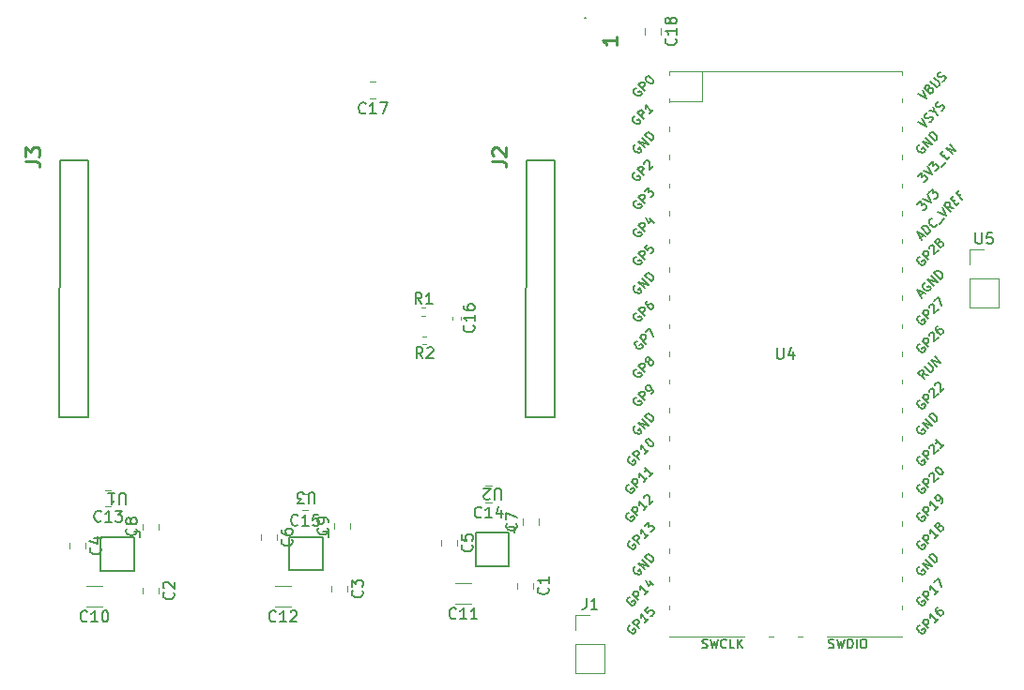
<source format=gbr>
%TF.GenerationSoftware,KiCad,Pcbnew,(6.0.9)*%
%TF.CreationDate,2023-11-09T09:29:14+01:00*%
%TF.ProjectId,LO_mother,4c4f5f6d-6f74-4686-9572-2e6b69636164,rev?*%
%TF.SameCoordinates,Original*%
%TF.FileFunction,Legend,Top*%
%TF.FilePolarity,Positive*%
%FSLAX46Y46*%
G04 Gerber Fmt 4.6, Leading zero omitted, Abs format (unit mm)*
G04 Created by KiCad (PCBNEW (6.0.9)) date 2023-11-09 09:29:14*
%MOMM*%
%LPD*%
G01*
G04 APERTURE LIST*
%ADD10C,0.150000*%
%ADD11C,0.254000*%
%ADD12C,0.120000*%
%ADD13C,0.200000*%
%ADD14C,0.127000*%
G04 APERTURE END LIST*
D10*
%TO.C,C3*%
X138943142Y-113776666D02*
X138990761Y-113824285D01*
X139038380Y-113967142D01*
X139038380Y-114062380D01*
X138990761Y-114205238D01*
X138895523Y-114300476D01*
X138800285Y-114348095D01*
X138609809Y-114395714D01*
X138466952Y-114395714D01*
X138276476Y-114348095D01*
X138181238Y-114300476D01*
X138086000Y-114205238D01*
X138038380Y-114062380D01*
X138038380Y-113967142D01*
X138086000Y-113824285D01*
X138133619Y-113776666D01*
X138038380Y-113443333D02*
X138038380Y-112824285D01*
X138419333Y-113157619D01*
X138419333Y-113014761D01*
X138466952Y-112919523D01*
X138514571Y-112871904D01*
X138609809Y-112824285D01*
X138847904Y-112824285D01*
X138943142Y-112871904D01*
X138990761Y-112919523D01*
X139038380Y-113014761D01*
X139038380Y-113300476D01*
X138990761Y-113395714D01*
X138943142Y-113443333D01*
D11*
%TO.C,J2*%
X150709523Y-75038333D02*
X151616666Y-75038333D01*
X151798095Y-75098809D01*
X151919047Y-75219761D01*
X151979523Y-75401190D01*
X151979523Y-75522142D01*
X150830476Y-74494047D02*
X150770000Y-74433571D01*
X150709523Y-74312619D01*
X150709523Y-74010238D01*
X150770000Y-73889285D01*
X150830476Y-73828809D01*
X150951428Y-73768333D01*
X151072380Y-73768333D01*
X151253809Y-73828809D01*
X151979523Y-74554523D01*
X151979523Y-73768333D01*
D10*
%TO.C,C9*%
X135837142Y-108116666D02*
X135884761Y-108164285D01*
X135932380Y-108307142D01*
X135932380Y-108402380D01*
X135884761Y-108545238D01*
X135789523Y-108640476D01*
X135694285Y-108688095D01*
X135503809Y-108735714D01*
X135360952Y-108735714D01*
X135170476Y-108688095D01*
X135075238Y-108640476D01*
X134980000Y-108545238D01*
X134932380Y-108402380D01*
X134932380Y-108307142D01*
X134980000Y-108164285D01*
X135027619Y-108116666D01*
X135932380Y-107640476D02*
X135932380Y-107450000D01*
X135884761Y-107354761D01*
X135837142Y-107307142D01*
X135694285Y-107211904D01*
X135503809Y-107164285D01*
X135122857Y-107164285D01*
X135027619Y-107211904D01*
X134980000Y-107259523D01*
X134932380Y-107354761D01*
X134932380Y-107545238D01*
X134980000Y-107640476D01*
X135027619Y-107688095D01*
X135122857Y-107735714D01*
X135360952Y-107735714D01*
X135456190Y-107688095D01*
X135503809Y-107640476D01*
X135551428Y-107545238D01*
X135551428Y-107354761D01*
X135503809Y-107259523D01*
X135456190Y-107211904D01*
X135360952Y-107164285D01*
%TO.C,U2*%
X151499404Y-105549369D02*
X151499404Y-104739845D01*
X151451785Y-104644607D01*
X151404166Y-104596988D01*
X151308928Y-104549369D01*
X151118452Y-104549369D01*
X151023214Y-104596988D01*
X150975595Y-104644607D01*
X150927976Y-104739845D01*
X150927976Y-105549369D01*
X150499404Y-105454130D02*
X150451785Y-105501750D01*
X150356547Y-105549369D01*
X150118452Y-105549369D01*
X150023214Y-105501750D01*
X149975595Y-105454130D01*
X149927976Y-105358892D01*
X149927976Y-105263654D01*
X149975595Y-105120797D01*
X150547023Y-104549369D01*
X149927976Y-104549369D01*
%TO.C,C17*%
X139289642Y-70617142D02*
X139242023Y-70664761D01*
X139099166Y-70712380D01*
X139003928Y-70712380D01*
X138861071Y-70664761D01*
X138765833Y-70569523D01*
X138718214Y-70474285D01*
X138670595Y-70283809D01*
X138670595Y-70140952D01*
X138718214Y-69950476D01*
X138765833Y-69855238D01*
X138861071Y-69760000D01*
X139003928Y-69712380D01*
X139099166Y-69712380D01*
X139242023Y-69760000D01*
X139289642Y-69807619D01*
X140242023Y-70712380D02*
X139670595Y-70712380D01*
X139956309Y-70712380D02*
X139956309Y-69712380D01*
X139861071Y-69855238D01*
X139765833Y-69950476D01*
X139670595Y-69998095D01*
X140575357Y-69712380D02*
X141242023Y-69712380D01*
X140813452Y-70712380D01*
%TO.C,R1*%
X144343333Y-87874880D02*
X144010000Y-87398690D01*
X143771904Y-87874880D02*
X143771904Y-86874880D01*
X144152857Y-86874880D01*
X144248095Y-86922500D01*
X144295714Y-86970119D01*
X144343333Y-87065357D01*
X144343333Y-87208214D01*
X144295714Y-87303452D01*
X144248095Y-87351071D01*
X144152857Y-87398690D01*
X143771904Y-87398690D01*
X145295714Y-87874880D02*
X144724285Y-87874880D01*
X145010000Y-87874880D02*
X145010000Y-86874880D01*
X144914761Y-87017738D01*
X144819523Y-87112976D01*
X144724285Y-87160595D01*
%TO.C,C7*%
X152855142Y-107726666D02*
X152902761Y-107774285D01*
X152950380Y-107917142D01*
X152950380Y-108012380D01*
X152902761Y-108155238D01*
X152807523Y-108250476D01*
X152712285Y-108298095D01*
X152521809Y-108345714D01*
X152378952Y-108345714D01*
X152188476Y-108298095D01*
X152093238Y-108250476D01*
X151998000Y-108155238D01*
X151950380Y-108012380D01*
X151950380Y-107917142D01*
X151998000Y-107774285D01*
X152045619Y-107726666D01*
X151950380Y-107393333D02*
X151950380Y-106726666D01*
X152950380Y-107155238D01*
%TO.C,C15*%
X133174642Y-107827142D02*
X133127023Y-107874761D01*
X132984166Y-107922380D01*
X132888928Y-107922380D01*
X132746071Y-107874761D01*
X132650833Y-107779523D01*
X132603214Y-107684285D01*
X132555595Y-107493809D01*
X132555595Y-107350952D01*
X132603214Y-107160476D01*
X132650833Y-107065238D01*
X132746071Y-106970000D01*
X132888928Y-106922380D01*
X132984166Y-106922380D01*
X133127023Y-106970000D01*
X133174642Y-107017619D01*
X134127023Y-107922380D02*
X133555595Y-107922380D01*
X133841309Y-107922380D02*
X133841309Y-106922380D01*
X133746071Y-107065238D01*
X133650833Y-107160476D01*
X133555595Y-107208095D01*
X135031785Y-106922380D02*
X134555595Y-106922380D01*
X134507976Y-107398571D01*
X134555595Y-107350952D01*
X134650833Y-107303333D01*
X134888928Y-107303333D01*
X134984166Y-107350952D01*
X135031785Y-107398571D01*
X135079404Y-107493809D01*
X135079404Y-107731904D01*
X135031785Y-107827142D01*
X134984166Y-107874761D01*
X134888928Y-107922380D01*
X134650833Y-107922380D01*
X134555595Y-107874761D01*
X134507976Y-107827142D01*
D11*
%TO.C,J3*%
X108629523Y-75038333D02*
X109536666Y-75038333D01*
X109718095Y-75098809D01*
X109839047Y-75219761D01*
X109899523Y-75401190D01*
X109899523Y-75522142D01*
X108629523Y-74554523D02*
X108629523Y-73768333D01*
X109113333Y-74191666D01*
X109113333Y-74010238D01*
X109173809Y-73889285D01*
X109234285Y-73828809D01*
X109355238Y-73768333D01*
X109657619Y-73768333D01*
X109778571Y-73828809D01*
X109839047Y-73889285D01*
X109899523Y-74010238D01*
X109899523Y-74373095D01*
X109839047Y-74494047D01*
X109778571Y-74554523D01*
%TO.C,1*%
X161934523Y-63747142D02*
X161934523Y-64472857D01*
X161934523Y-64110000D02*
X160664523Y-64110000D01*
X160845952Y-64230952D01*
X160966904Y-64351904D01*
X161027380Y-64472857D01*
D10*
%TO.C,C1*%
X155707142Y-113506666D02*
X155754761Y-113554285D01*
X155802380Y-113697142D01*
X155802380Y-113792380D01*
X155754761Y-113935238D01*
X155659523Y-114030476D01*
X155564285Y-114078095D01*
X155373809Y-114125714D01*
X155230952Y-114125714D01*
X155040476Y-114078095D01*
X154945238Y-114030476D01*
X154850000Y-113935238D01*
X154802380Y-113792380D01*
X154802380Y-113697142D01*
X154850000Y-113554285D01*
X154897619Y-113506666D01*
X155802380Y-112554285D02*
X155802380Y-113125714D01*
X155802380Y-112840000D02*
X154802380Y-112840000D01*
X154945238Y-112935238D01*
X155040476Y-113030476D01*
X155088095Y-113125714D01*
%TO.C,C5*%
X148849142Y-109640666D02*
X148896761Y-109688285D01*
X148944380Y-109831142D01*
X148944380Y-109926380D01*
X148896761Y-110069238D01*
X148801523Y-110164476D01*
X148706285Y-110212095D01*
X148515809Y-110259714D01*
X148372952Y-110259714D01*
X148182476Y-110212095D01*
X148087238Y-110164476D01*
X147992000Y-110069238D01*
X147944380Y-109926380D01*
X147944380Y-109831142D01*
X147992000Y-109688285D01*
X148039619Y-109640666D01*
X147944380Y-108735904D02*
X147944380Y-109212095D01*
X148420571Y-109259714D01*
X148372952Y-109212095D01*
X148325333Y-109116857D01*
X148325333Y-108878761D01*
X148372952Y-108783523D01*
X148420571Y-108735904D01*
X148515809Y-108688285D01*
X148753904Y-108688285D01*
X148849142Y-108735904D01*
X148896761Y-108783523D01*
X148944380Y-108878761D01*
X148944380Y-109116857D01*
X148896761Y-109212095D01*
X148849142Y-109259714D01*
%TO.C,C16*%
X149007142Y-89825357D02*
X149054761Y-89872976D01*
X149102380Y-90015833D01*
X149102380Y-90111071D01*
X149054761Y-90253928D01*
X148959523Y-90349166D01*
X148864285Y-90396785D01*
X148673809Y-90444404D01*
X148530952Y-90444404D01*
X148340476Y-90396785D01*
X148245238Y-90349166D01*
X148150000Y-90253928D01*
X148102380Y-90111071D01*
X148102380Y-90015833D01*
X148150000Y-89872976D01*
X148197619Y-89825357D01*
X149102380Y-88872976D02*
X149102380Y-89444404D01*
X149102380Y-89158690D02*
X148102380Y-89158690D01*
X148245238Y-89253928D01*
X148340476Y-89349166D01*
X148388095Y-89444404D01*
X148102380Y-88015833D02*
X148102380Y-88206309D01*
X148150000Y-88301547D01*
X148197619Y-88349166D01*
X148340476Y-88444404D01*
X148530952Y-88492023D01*
X148911904Y-88492023D01*
X149007142Y-88444404D01*
X149054761Y-88396785D01*
X149102380Y-88301547D01*
X149102380Y-88111071D01*
X149054761Y-88015833D01*
X149007142Y-87968214D01*
X148911904Y-87920595D01*
X148673809Y-87920595D01*
X148578571Y-87968214D01*
X148530952Y-88015833D01*
X148483333Y-88111071D01*
X148483333Y-88301547D01*
X148530952Y-88396785D01*
X148578571Y-88444404D01*
X148673809Y-88492023D01*
%TO.C,C11*%
X147439142Y-116253142D02*
X147391523Y-116300761D01*
X147248666Y-116348380D01*
X147153428Y-116348380D01*
X147010571Y-116300761D01*
X146915333Y-116205523D01*
X146867714Y-116110285D01*
X146820095Y-115919809D01*
X146820095Y-115776952D01*
X146867714Y-115586476D01*
X146915333Y-115491238D01*
X147010571Y-115396000D01*
X147153428Y-115348380D01*
X147248666Y-115348380D01*
X147391523Y-115396000D01*
X147439142Y-115443619D01*
X148391523Y-116348380D02*
X147820095Y-116348380D01*
X148105809Y-116348380D02*
X148105809Y-115348380D01*
X148010571Y-115491238D01*
X147915333Y-115586476D01*
X147820095Y-115634095D01*
X149343904Y-116348380D02*
X148772476Y-116348380D01*
X149058190Y-116348380D02*
X149058190Y-115348380D01*
X148962952Y-115491238D01*
X148867714Y-115586476D01*
X148772476Y-115634095D01*
%TO.C,C14*%
X149725142Y-107117142D02*
X149677523Y-107164761D01*
X149534666Y-107212380D01*
X149439428Y-107212380D01*
X149296571Y-107164761D01*
X149201333Y-107069523D01*
X149153714Y-106974285D01*
X149106095Y-106783809D01*
X149106095Y-106640952D01*
X149153714Y-106450476D01*
X149201333Y-106355238D01*
X149296571Y-106260000D01*
X149439428Y-106212380D01*
X149534666Y-106212380D01*
X149677523Y-106260000D01*
X149725142Y-106307619D01*
X150677523Y-107212380D02*
X150106095Y-107212380D01*
X150391809Y-107212380D02*
X150391809Y-106212380D01*
X150296571Y-106355238D01*
X150201333Y-106450476D01*
X150106095Y-106498095D01*
X151534666Y-106545714D02*
X151534666Y-107212380D01*
X151296571Y-106164761D02*
X151058476Y-106879047D01*
X151677523Y-106879047D01*
%TO.C,C13*%
X115422142Y-107469642D02*
X115374523Y-107517261D01*
X115231666Y-107564880D01*
X115136428Y-107564880D01*
X114993571Y-107517261D01*
X114898333Y-107422023D01*
X114850714Y-107326785D01*
X114803095Y-107136309D01*
X114803095Y-106993452D01*
X114850714Y-106802976D01*
X114898333Y-106707738D01*
X114993571Y-106612500D01*
X115136428Y-106564880D01*
X115231666Y-106564880D01*
X115374523Y-106612500D01*
X115422142Y-106660119D01*
X116374523Y-107564880D02*
X115803095Y-107564880D01*
X116088809Y-107564880D02*
X116088809Y-106564880D01*
X115993571Y-106707738D01*
X115898333Y-106802976D01*
X115803095Y-106850595D01*
X116707857Y-106564880D02*
X117326904Y-106564880D01*
X116993571Y-106945833D01*
X117136428Y-106945833D01*
X117231666Y-106993452D01*
X117279285Y-107041071D01*
X117326904Y-107136309D01*
X117326904Y-107374404D01*
X117279285Y-107469642D01*
X117231666Y-107517261D01*
X117136428Y-107564880D01*
X116850714Y-107564880D01*
X116755476Y-107517261D01*
X116707857Y-107469642D01*
%TO.C,C2*%
X121925142Y-113949166D02*
X121972761Y-113996785D01*
X122020380Y-114139642D01*
X122020380Y-114234880D01*
X121972761Y-114377738D01*
X121877523Y-114472976D01*
X121782285Y-114520595D01*
X121591809Y-114568214D01*
X121448952Y-114568214D01*
X121258476Y-114520595D01*
X121163238Y-114472976D01*
X121068000Y-114377738D01*
X121020380Y-114234880D01*
X121020380Y-114139642D01*
X121068000Y-113996785D01*
X121115619Y-113949166D01*
X121115619Y-113568214D02*
X121068000Y-113520595D01*
X121020380Y-113425357D01*
X121020380Y-113187261D01*
X121068000Y-113092023D01*
X121115619Y-113044404D01*
X121210857Y-112996785D01*
X121306095Y-112996785D01*
X121448952Y-113044404D01*
X122020380Y-113615833D01*
X122020380Y-112996785D01*
%TO.C,R2*%
X144443333Y-92804880D02*
X144110000Y-92328690D01*
X143871904Y-92804880D02*
X143871904Y-91804880D01*
X144252857Y-91804880D01*
X144348095Y-91852500D01*
X144395714Y-91900119D01*
X144443333Y-91995357D01*
X144443333Y-92138214D01*
X144395714Y-92233452D01*
X144348095Y-92281071D01*
X144252857Y-92328690D01*
X143871904Y-92328690D01*
X144824285Y-91900119D02*
X144871904Y-91852500D01*
X144967142Y-91804880D01*
X145205238Y-91804880D01*
X145300476Y-91852500D01*
X145348095Y-91900119D01*
X145395714Y-91995357D01*
X145395714Y-92090595D01*
X145348095Y-92233452D01*
X144776666Y-92804880D01*
X145395714Y-92804880D01*
%TO.C,C10*%
X114165142Y-116507142D02*
X114117523Y-116554761D01*
X113974666Y-116602380D01*
X113879428Y-116602380D01*
X113736571Y-116554761D01*
X113641333Y-116459523D01*
X113593714Y-116364285D01*
X113546095Y-116173809D01*
X113546095Y-116030952D01*
X113593714Y-115840476D01*
X113641333Y-115745238D01*
X113736571Y-115650000D01*
X113879428Y-115602380D01*
X113974666Y-115602380D01*
X114117523Y-115650000D01*
X114165142Y-115697619D01*
X115117523Y-116602380D02*
X114546095Y-116602380D01*
X114831809Y-116602380D02*
X114831809Y-115602380D01*
X114736571Y-115745238D01*
X114641333Y-115840476D01*
X114546095Y-115888095D01*
X115736571Y-115602380D02*
X115831809Y-115602380D01*
X115927047Y-115650000D01*
X115974666Y-115697619D01*
X116022285Y-115792857D01*
X116069904Y-115983333D01*
X116069904Y-116221428D01*
X116022285Y-116411904D01*
X115974666Y-116507142D01*
X115927047Y-116554761D01*
X115831809Y-116602380D01*
X115736571Y-116602380D01*
X115641333Y-116554761D01*
X115593714Y-116507142D01*
X115546095Y-116411904D01*
X115498476Y-116221428D01*
X115498476Y-115983333D01*
X115546095Y-115792857D01*
X115593714Y-115697619D01*
X115641333Y-115650000D01*
X115736571Y-115602380D01*
%TO.C,C18*%
X167227142Y-63932857D02*
X167274761Y-63980476D01*
X167322380Y-64123333D01*
X167322380Y-64218571D01*
X167274761Y-64361428D01*
X167179523Y-64456666D01*
X167084285Y-64504285D01*
X166893809Y-64551904D01*
X166750952Y-64551904D01*
X166560476Y-64504285D01*
X166465238Y-64456666D01*
X166370000Y-64361428D01*
X166322380Y-64218571D01*
X166322380Y-64123333D01*
X166370000Y-63980476D01*
X166417619Y-63932857D01*
X167322380Y-62980476D02*
X167322380Y-63551904D01*
X167322380Y-63266190D02*
X166322380Y-63266190D01*
X166465238Y-63361428D01*
X166560476Y-63456666D01*
X166608095Y-63551904D01*
X166750952Y-62409047D02*
X166703333Y-62504285D01*
X166655714Y-62551904D01*
X166560476Y-62599523D01*
X166512857Y-62599523D01*
X166417619Y-62551904D01*
X166370000Y-62504285D01*
X166322380Y-62409047D01*
X166322380Y-62218571D01*
X166370000Y-62123333D01*
X166417619Y-62075714D01*
X166512857Y-62028095D01*
X166560476Y-62028095D01*
X166655714Y-62075714D01*
X166703333Y-62123333D01*
X166750952Y-62218571D01*
X166750952Y-62409047D01*
X166798571Y-62504285D01*
X166846190Y-62551904D01*
X166941428Y-62599523D01*
X167131904Y-62599523D01*
X167227142Y-62551904D01*
X167274761Y-62504285D01*
X167322380Y-62409047D01*
X167322380Y-62218571D01*
X167274761Y-62123333D01*
X167227142Y-62075714D01*
X167131904Y-62028095D01*
X166941428Y-62028095D01*
X166846190Y-62075714D01*
X166798571Y-62123333D01*
X166750952Y-62218571D01*
%TO.C,U3*%
X134689404Y-105909369D02*
X134689404Y-105099845D01*
X134641785Y-105004607D01*
X134594166Y-104956988D01*
X134498928Y-104909369D01*
X134308452Y-104909369D01*
X134213214Y-104956988D01*
X134165595Y-105004607D01*
X134117976Y-105099845D01*
X134117976Y-105909369D01*
X133737023Y-105909369D02*
X133117976Y-105909369D01*
X133451309Y-105528416D01*
X133308452Y-105528416D01*
X133213214Y-105480797D01*
X133165595Y-105433178D01*
X133117976Y-105337940D01*
X133117976Y-105099845D01*
X133165595Y-105004607D01*
X133213214Y-104956988D01*
X133308452Y-104909369D01*
X133594166Y-104909369D01*
X133689404Y-104956988D01*
X133737023Y-105004607D01*
%TO.C,C4*%
X115321142Y-109894666D02*
X115368761Y-109942285D01*
X115416380Y-110085142D01*
X115416380Y-110180380D01*
X115368761Y-110323238D01*
X115273523Y-110418476D01*
X115178285Y-110466095D01*
X114987809Y-110513714D01*
X114844952Y-110513714D01*
X114654476Y-110466095D01*
X114559238Y-110418476D01*
X114464000Y-110323238D01*
X114416380Y-110180380D01*
X114416380Y-110085142D01*
X114464000Y-109942285D01*
X114511619Y-109894666D01*
X114749714Y-109037523D02*
X115416380Y-109037523D01*
X114368761Y-109275619D02*
X115083047Y-109513714D01*
X115083047Y-108894666D01*
%TO.C,C8*%
X118565142Y-108169166D02*
X118612761Y-108216785D01*
X118660380Y-108359642D01*
X118660380Y-108454880D01*
X118612761Y-108597738D01*
X118517523Y-108692976D01*
X118422285Y-108740595D01*
X118231809Y-108788214D01*
X118088952Y-108788214D01*
X117898476Y-108740595D01*
X117803238Y-108692976D01*
X117708000Y-108597738D01*
X117660380Y-108454880D01*
X117660380Y-108359642D01*
X117708000Y-108216785D01*
X117755619Y-108169166D01*
X118088952Y-107597738D02*
X118041333Y-107692976D01*
X117993714Y-107740595D01*
X117898476Y-107788214D01*
X117850857Y-107788214D01*
X117755619Y-107740595D01*
X117708000Y-107692976D01*
X117660380Y-107597738D01*
X117660380Y-107407261D01*
X117708000Y-107312023D01*
X117755619Y-107264404D01*
X117850857Y-107216785D01*
X117898476Y-107216785D01*
X117993714Y-107264404D01*
X118041333Y-107312023D01*
X118088952Y-107407261D01*
X118088952Y-107597738D01*
X118136571Y-107692976D01*
X118184190Y-107740595D01*
X118279428Y-107788214D01*
X118469904Y-107788214D01*
X118565142Y-107740595D01*
X118612761Y-107692976D01*
X118660380Y-107597738D01*
X118660380Y-107407261D01*
X118612761Y-107312023D01*
X118565142Y-107264404D01*
X118469904Y-107216785D01*
X118279428Y-107216785D01*
X118184190Y-107264404D01*
X118136571Y-107312023D01*
X118088952Y-107407261D01*
%TO.C,U1*%
X117649404Y-105961869D02*
X117649404Y-105152345D01*
X117601785Y-105057107D01*
X117554166Y-105009488D01*
X117458928Y-104961869D01*
X117268452Y-104961869D01*
X117173214Y-105009488D01*
X117125595Y-105057107D01*
X117077976Y-105152345D01*
X117077976Y-105961869D01*
X116077976Y-104961869D02*
X116649404Y-104961869D01*
X116363690Y-104961869D02*
X116363690Y-105961869D01*
X116458928Y-105819011D01*
X116554166Y-105723773D01*
X116649404Y-105676154D01*
%TO.C,U4*%
X176398095Y-91857380D02*
X176398095Y-92666904D01*
X176445714Y-92762142D01*
X176493333Y-92809761D01*
X176588571Y-92857380D01*
X176779047Y-92857380D01*
X176874285Y-92809761D01*
X176921904Y-92762142D01*
X176969523Y-92666904D01*
X176969523Y-91857380D01*
X177874285Y-92190714D02*
X177874285Y-92857380D01*
X177636190Y-91809761D02*
X177398095Y-92524047D01*
X178017142Y-92524047D01*
X163673096Y-81096218D02*
X163592284Y-81123155D01*
X163511471Y-81203967D01*
X163457597Y-81311717D01*
X163457597Y-81419467D01*
X163484534Y-81500279D01*
X163565346Y-81634966D01*
X163646158Y-81715778D01*
X163780845Y-81796590D01*
X163861658Y-81823528D01*
X163969407Y-81823528D01*
X164077157Y-81769653D01*
X164131032Y-81715778D01*
X164184906Y-81608028D01*
X164184906Y-81554154D01*
X163996345Y-81365592D01*
X163888595Y-81473341D01*
X164481218Y-81365592D02*
X163915532Y-80799906D01*
X164131032Y-80584407D01*
X164211844Y-80557470D01*
X164265719Y-80557470D01*
X164346531Y-80584407D01*
X164427343Y-80665219D01*
X164454280Y-80746032D01*
X164454280Y-80799906D01*
X164427343Y-80880719D01*
X164211844Y-81096218D01*
X164912216Y-80180346D02*
X165289340Y-80557470D01*
X164562030Y-80099534D02*
X164831404Y-80638282D01*
X165181590Y-80288096D01*
X163673096Y-96336218D02*
X163592284Y-96363155D01*
X163511471Y-96443967D01*
X163457597Y-96551717D01*
X163457597Y-96659467D01*
X163484534Y-96740279D01*
X163565346Y-96874966D01*
X163646158Y-96955778D01*
X163780845Y-97036590D01*
X163861658Y-97063528D01*
X163969407Y-97063528D01*
X164077157Y-97009653D01*
X164131032Y-96955778D01*
X164184906Y-96848028D01*
X164184906Y-96794154D01*
X163996345Y-96605592D01*
X163888595Y-96713341D01*
X164481218Y-96605592D02*
X163915532Y-96039906D01*
X164131032Y-95824407D01*
X164211844Y-95797470D01*
X164265719Y-95797470D01*
X164346531Y-95824407D01*
X164427343Y-95905219D01*
X164454280Y-95986032D01*
X164454280Y-96039906D01*
X164427343Y-96120719D01*
X164211844Y-96336218D01*
X165073841Y-96012969D02*
X165181590Y-95905219D01*
X165208528Y-95824407D01*
X165208528Y-95770532D01*
X165181590Y-95635845D01*
X165100778Y-95501158D01*
X164885279Y-95285659D01*
X164804467Y-95258722D01*
X164750592Y-95258722D01*
X164669780Y-95285659D01*
X164562030Y-95393409D01*
X164535093Y-95474221D01*
X164535093Y-95528096D01*
X164562030Y-95608908D01*
X164696717Y-95743595D01*
X164777529Y-95770532D01*
X164831404Y-95770532D01*
X164912216Y-95743595D01*
X165019966Y-95635845D01*
X165046903Y-95555033D01*
X165046903Y-95501158D01*
X165019966Y-95420346D01*
X189246158Y-111603155D02*
X189165346Y-111630093D01*
X189084534Y-111710905D01*
X189030659Y-111818654D01*
X189030659Y-111926404D01*
X189057597Y-112007216D01*
X189138409Y-112141903D01*
X189219221Y-112222715D01*
X189353908Y-112303528D01*
X189434720Y-112330465D01*
X189542470Y-112330465D01*
X189650219Y-112276590D01*
X189704094Y-112222715D01*
X189757969Y-112114966D01*
X189757969Y-112061091D01*
X189569407Y-111872529D01*
X189461658Y-111980279D01*
X190054280Y-111872529D02*
X189488595Y-111306844D01*
X190377529Y-111549280D01*
X189811844Y-110983595D01*
X190646903Y-111279906D02*
X190081218Y-110714221D01*
X190215905Y-110579534D01*
X190323654Y-110525659D01*
X190431404Y-110525659D01*
X190512216Y-110552597D01*
X190646903Y-110633409D01*
X190727715Y-110714221D01*
X190808528Y-110848908D01*
X190835465Y-110929720D01*
X190835465Y-111037470D01*
X190781590Y-111145219D01*
X190646903Y-111279906D01*
X163149722Y-109305592D02*
X163068910Y-109332529D01*
X162988097Y-109413341D01*
X162934223Y-109521091D01*
X162934223Y-109628841D01*
X162961160Y-109709653D01*
X163041972Y-109844340D01*
X163122784Y-109925152D01*
X163257471Y-110005964D01*
X163338284Y-110032902D01*
X163446033Y-110032902D01*
X163553783Y-109979027D01*
X163607658Y-109925152D01*
X163661532Y-109817402D01*
X163661532Y-109763528D01*
X163472971Y-109574966D01*
X163365221Y-109682715D01*
X163957844Y-109574966D02*
X163392158Y-109009280D01*
X163607658Y-108793781D01*
X163688470Y-108766844D01*
X163742345Y-108766844D01*
X163823157Y-108793781D01*
X163903969Y-108874593D01*
X163930906Y-108955406D01*
X163930906Y-109009280D01*
X163903969Y-109090093D01*
X163688470Y-109305592D01*
X164819841Y-108712969D02*
X164496592Y-109036218D01*
X164658216Y-108874593D02*
X164092531Y-108308908D01*
X164119468Y-108443595D01*
X164119468Y-108551345D01*
X164092531Y-108632157D01*
X164442717Y-107958722D02*
X164792903Y-107608536D01*
X164819841Y-108012597D01*
X164900653Y-107931784D01*
X164981465Y-107904847D01*
X165035340Y-107904847D01*
X165116152Y-107931784D01*
X165250839Y-108066471D01*
X165277776Y-108147284D01*
X165277776Y-108201158D01*
X165250839Y-108281971D01*
X165089215Y-108443595D01*
X165008402Y-108470532D01*
X164954528Y-108470532D01*
X163673096Y-78556218D02*
X163592284Y-78583155D01*
X163511471Y-78663967D01*
X163457597Y-78771717D01*
X163457597Y-78879467D01*
X163484534Y-78960279D01*
X163565346Y-79094966D01*
X163646158Y-79175778D01*
X163780845Y-79256590D01*
X163861658Y-79283528D01*
X163969407Y-79283528D01*
X164077157Y-79229653D01*
X164131032Y-79175778D01*
X164184906Y-79068028D01*
X164184906Y-79014154D01*
X163996345Y-78825592D01*
X163888595Y-78933341D01*
X164481218Y-78825592D02*
X163915532Y-78259906D01*
X164131032Y-78044407D01*
X164211844Y-78017470D01*
X164265719Y-78017470D01*
X164346531Y-78044407D01*
X164427343Y-78125219D01*
X164454280Y-78206032D01*
X164454280Y-78259906D01*
X164427343Y-78340719D01*
X164211844Y-78556218D01*
X164427343Y-77748096D02*
X164777529Y-77397910D01*
X164804467Y-77801971D01*
X164885279Y-77721158D01*
X164966091Y-77694221D01*
X165019966Y-77694221D01*
X165100778Y-77721158D01*
X165235465Y-77855845D01*
X165262402Y-77936658D01*
X165262402Y-77990532D01*
X165235465Y-78071345D01*
X165073841Y-78232969D01*
X164993028Y-78259906D01*
X164939154Y-78259906D01*
X181064761Y-118928809D02*
X181179047Y-118966904D01*
X181369523Y-118966904D01*
X181445714Y-118928809D01*
X181483809Y-118890714D01*
X181521904Y-118814523D01*
X181521904Y-118738333D01*
X181483809Y-118662142D01*
X181445714Y-118624047D01*
X181369523Y-118585952D01*
X181217142Y-118547857D01*
X181140952Y-118509761D01*
X181102857Y-118471666D01*
X181064761Y-118395476D01*
X181064761Y-118319285D01*
X181102857Y-118243095D01*
X181140952Y-118205000D01*
X181217142Y-118166904D01*
X181407619Y-118166904D01*
X181521904Y-118205000D01*
X181788571Y-118166904D02*
X181979047Y-118966904D01*
X182131428Y-118395476D01*
X182283809Y-118966904D01*
X182474285Y-118166904D01*
X182779047Y-118966904D02*
X182779047Y-118166904D01*
X182969523Y-118166904D01*
X183083809Y-118205000D01*
X183160000Y-118281190D01*
X183198095Y-118357380D01*
X183236190Y-118509761D01*
X183236190Y-118624047D01*
X183198095Y-118776428D01*
X183160000Y-118852619D01*
X183083809Y-118928809D01*
X182969523Y-118966904D01*
X182779047Y-118966904D01*
X183579047Y-118966904D02*
X183579047Y-118166904D01*
X184112380Y-118166904D02*
X184264761Y-118166904D01*
X184340952Y-118205000D01*
X184417142Y-118281190D01*
X184455238Y-118433571D01*
X184455238Y-118700238D01*
X184417142Y-118852619D01*
X184340952Y-118928809D01*
X184264761Y-118966904D01*
X184112380Y-118966904D01*
X184036190Y-118928809D01*
X183960000Y-118852619D01*
X183921904Y-118700238D01*
X183921904Y-118433571D01*
X183960000Y-118281190D01*
X184036190Y-118205000D01*
X184112380Y-118166904D01*
X189311597Y-87145964D02*
X189580971Y-86876590D01*
X189419346Y-87361463D02*
X189042223Y-86607216D01*
X189796470Y-86984340D01*
X189742595Y-85960719D02*
X189661783Y-85987656D01*
X189580971Y-86068468D01*
X189527096Y-86176218D01*
X189527096Y-86283967D01*
X189554033Y-86364780D01*
X189634845Y-86499467D01*
X189715658Y-86580279D01*
X189850345Y-86661091D01*
X189931157Y-86688028D01*
X190038906Y-86688028D01*
X190146656Y-86634154D01*
X190200531Y-86580279D01*
X190254406Y-86472529D01*
X190254406Y-86418654D01*
X190065844Y-86230093D01*
X189958094Y-86337842D01*
X190550717Y-86230093D02*
X189985032Y-85664407D01*
X190873966Y-85906844D01*
X190308280Y-85341158D01*
X191143340Y-85637470D02*
X190577654Y-85071784D01*
X190712341Y-84937097D01*
X190820091Y-84883223D01*
X190927841Y-84883223D01*
X191008653Y-84910160D01*
X191143340Y-84990972D01*
X191224152Y-85071784D01*
X191304964Y-85206471D01*
X191331902Y-85287284D01*
X191331902Y-85395033D01*
X191278027Y-85502783D01*
X191143340Y-85637470D01*
X163149722Y-101685592D02*
X163068910Y-101712529D01*
X162988097Y-101793341D01*
X162934223Y-101901091D01*
X162934223Y-102008841D01*
X162961160Y-102089653D01*
X163041972Y-102224340D01*
X163122784Y-102305152D01*
X163257471Y-102385964D01*
X163338284Y-102412902D01*
X163446033Y-102412902D01*
X163553783Y-102359027D01*
X163607658Y-102305152D01*
X163661532Y-102197402D01*
X163661532Y-102143528D01*
X163472971Y-101954966D01*
X163365221Y-102062715D01*
X163957844Y-101954966D02*
X163392158Y-101389280D01*
X163607658Y-101173781D01*
X163688470Y-101146844D01*
X163742345Y-101146844D01*
X163823157Y-101173781D01*
X163903969Y-101254593D01*
X163930906Y-101335406D01*
X163930906Y-101389280D01*
X163903969Y-101470093D01*
X163688470Y-101685592D01*
X164819841Y-101092969D02*
X164496592Y-101416218D01*
X164658216Y-101254593D02*
X164092531Y-100688908D01*
X164119468Y-100823595D01*
X164119468Y-100931345D01*
X164092531Y-101012157D01*
X164604341Y-100177097D02*
X164658216Y-100123223D01*
X164739028Y-100096285D01*
X164792903Y-100096285D01*
X164873715Y-100123223D01*
X165008402Y-100204035D01*
X165143089Y-100338722D01*
X165223902Y-100473409D01*
X165250839Y-100554221D01*
X165250839Y-100608096D01*
X165223902Y-100688908D01*
X165170027Y-100742783D01*
X165089215Y-100769720D01*
X165035340Y-100769720D01*
X164954528Y-100742783D01*
X164819841Y-100661971D01*
X164685154Y-100527284D01*
X164604341Y-100392597D01*
X164577404Y-100311784D01*
X164577404Y-100257910D01*
X164604341Y-100177097D01*
X163003722Y-104225592D02*
X162922910Y-104252529D01*
X162842097Y-104333341D01*
X162788223Y-104441091D01*
X162788223Y-104548841D01*
X162815160Y-104629653D01*
X162895972Y-104764340D01*
X162976784Y-104845152D01*
X163111471Y-104925964D01*
X163192284Y-104952902D01*
X163300033Y-104952902D01*
X163407783Y-104899027D01*
X163461658Y-104845152D01*
X163515532Y-104737402D01*
X163515532Y-104683528D01*
X163326971Y-104494966D01*
X163219221Y-104602715D01*
X163811844Y-104494966D02*
X163246158Y-103929280D01*
X163461658Y-103713781D01*
X163542470Y-103686844D01*
X163596345Y-103686844D01*
X163677157Y-103713781D01*
X163757969Y-103794593D01*
X163784906Y-103875406D01*
X163784906Y-103929280D01*
X163757969Y-104010093D01*
X163542470Y-104225592D01*
X164673841Y-103632969D02*
X164350592Y-103956218D01*
X164512216Y-103794593D02*
X163946531Y-103228908D01*
X163973468Y-103363595D01*
X163973468Y-103471345D01*
X163946531Y-103552157D01*
X165212589Y-103094221D02*
X164889340Y-103417470D01*
X165050964Y-103255845D02*
X164485279Y-102690160D01*
X164512216Y-102824847D01*
X164512216Y-102932597D01*
X164485279Y-103013409D01*
X163103722Y-114385592D02*
X163022910Y-114412529D01*
X162942097Y-114493341D01*
X162888223Y-114601091D01*
X162888223Y-114708841D01*
X162915160Y-114789653D01*
X162995972Y-114924340D01*
X163076784Y-115005152D01*
X163211471Y-115085964D01*
X163292284Y-115112902D01*
X163400033Y-115112902D01*
X163507783Y-115059027D01*
X163561658Y-115005152D01*
X163615532Y-114897402D01*
X163615532Y-114843528D01*
X163426971Y-114654966D01*
X163319221Y-114762715D01*
X163911844Y-114654966D02*
X163346158Y-114089280D01*
X163561658Y-113873781D01*
X163642470Y-113846844D01*
X163696345Y-113846844D01*
X163777157Y-113873781D01*
X163857969Y-113954593D01*
X163884906Y-114035406D01*
X163884906Y-114089280D01*
X163857969Y-114170093D01*
X163642470Y-114385592D01*
X164773841Y-113792969D02*
X164450592Y-114116218D01*
X164612216Y-113954593D02*
X164046531Y-113388908D01*
X164073468Y-113523595D01*
X164073468Y-113631345D01*
X164046531Y-113712157D01*
X164881590Y-112930972D02*
X165258714Y-113308096D01*
X164531404Y-112850160D02*
X164800778Y-113388908D01*
X165150964Y-113038722D01*
X189314788Y-81938773D02*
X189584162Y-81669399D01*
X189422537Y-82154272D02*
X189045414Y-81400025D01*
X189799661Y-81777149D01*
X189988223Y-81588587D02*
X189422537Y-81022902D01*
X189557224Y-80888215D01*
X189664974Y-80834340D01*
X189772723Y-80834340D01*
X189853536Y-80861277D01*
X189988223Y-80942089D01*
X190069035Y-81022902D01*
X190149847Y-81157589D01*
X190176784Y-81238401D01*
X190176784Y-81346150D01*
X190122910Y-81453900D01*
X189988223Y-81588587D01*
X190823282Y-80645778D02*
X190823282Y-80699653D01*
X190769407Y-80807402D01*
X190715532Y-80861277D01*
X190607783Y-80915152D01*
X190500033Y-80915152D01*
X190419221Y-80888215D01*
X190284534Y-80807402D01*
X190203722Y-80726590D01*
X190122910Y-80591903D01*
X190095972Y-80511091D01*
X190095972Y-80403341D01*
X190149847Y-80295592D01*
X190203722Y-80241717D01*
X190311471Y-80187842D01*
X190365346Y-80187842D01*
X191038781Y-80645778D02*
X191469780Y-80214780D01*
X190904094Y-79541345D02*
X191658341Y-79918468D01*
X191281218Y-79164221D01*
X192358714Y-79218096D02*
X191900778Y-79137284D01*
X192035465Y-79541345D02*
X191469780Y-78975659D01*
X191685279Y-78760160D01*
X191766091Y-78733223D01*
X191819966Y-78733223D01*
X191900778Y-78760160D01*
X191981590Y-78840972D01*
X192008528Y-78921784D01*
X192008528Y-78975659D01*
X191981590Y-79056471D01*
X191766091Y-79271971D01*
X192304839Y-78679348D02*
X192493401Y-78490786D01*
X192870524Y-78706285D02*
X192601150Y-78975659D01*
X192035465Y-78409974D01*
X192304839Y-78140600D01*
X193005211Y-77978975D02*
X192816650Y-78167537D01*
X193112961Y-78463849D02*
X192547276Y-77898163D01*
X192816650Y-77628789D01*
X189082131Y-76363308D02*
X189432317Y-76013122D01*
X189459255Y-76417183D01*
X189540067Y-76336370D01*
X189620879Y-76309433D01*
X189674754Y-76309433D01*
X189755566Y-76336370D01*
X189890253Y-76471057D01*
X189917190Y-76551870D01*
X189917190Y-76605744D01*
X189890253Y-76686557D01*
X189728629Y-76848181D01*
X189647816Y-76875118D01*
X189593942Y-76875118D01*
X189593942Y-75851497D02*
X190348189Y-76228621D01*
X189971065Y-75474374D01*
X190105752Y-75339687D02*
X190455938Y-74989500D01*
X190482876Y-75393561D01*
X190563688Y-75312749D01*
X190644500Y-75285812D01*
X190698375Y-75285812D01*
X190779187Y-75312749D01*
X190913874Y-75447436D01*
X190940812Y-75528248D01*
X190940812Y-75582123D01*
X190913874Y-75662935D01*
X190752250Y-75824560D01*
X190671438Y-75851497D01*
X190617563Y-75851497D01*
X191183248Y-75501311D02*
X191614247Y-75070312D01*
X191398748Y-74585439D02*
X191587309Y-74396877D01*
X191964433Y-74612377D02*
X191695059Y-74881751D01*
X191129374Y-74316065D01*
X191398748Y-74046691D01*
X192206870Y-74369940D02*
X191641184Y-73804255D01*
X192530118Y-74046691D01*
X191964433Y-73481006D01*
X189257722Y-101695592D02*
X189176910Y-101722529D01*
X189096097Y-101803341D01*
X189042223Y-101911091D01*
X189042223Y-102018841D01*
X189069160Y-102099653D01*
X189149972Y-102234340D01*
X189230784Y-102315152D01*
X189365471Y-102395964D01*
X189446284Y-102422902D01*
X189554033Y-102422902D01*
X189661783Y-102369027D01*
X189715658Y-102315152D01*
X189769532Y-102207402D01*
X189769532Y-102153528D01*
X189580971Y-101964966D01*
X189473221Y-102072715D01*
X190065844Y-101964966D02*
X189500158Y-101399280D01*
X189715658Y-101183781D01*
X189796470Y-101156844D01*
X189850345Y-101156844D01*
X189931157Y-101183781D01*
X190011969Y-101264593D01*
X190038906Y-101345406D01*
X190038906Y-101399280D01*
X190011969Y-101480093D01*
X189796470Y-101695592D01*
X190092781Y-100914407D02*
X190092781Y-100860532D01*
X190119719Y-100779720D01*
X190254406Y-100645033D01*
X190335218Y-100618096D01*
X190389093Y-100618096D01*
X190469905Y-100645033D01*
X190523780Y-100698908D01*
X190577654Y-100806658D01*
X190577654Y-101453155D01*
X190927841Y-101102969D01*
X191466589Y-100564221D02*
X191143340Y-100887470D01*
X191304964Y-100725845D02*
X190739279Y-100160160D01*
X190766216Y-100294847D01*
X190766216Y-100402597D01*
X190739279Y-100483409D01*
X189049847Y-78895592D02*
X189400033Y-78545406D01*
X189426971Y-78949467D01*
X189507783Y-78868654D01*
X189588595Y-78841717D01*
X189642470Y-78841717D01*
X189723282Y-78868654D01*
X189857969Y-79003341D01*
X189884906Y-79084154D01*
X189884906Y-79138028D01*
X189857969Y-79218841D01*
X189696345Y-79380465D01*
X189615532Y-79407402D01*
X189561658Y-79407402D01*
X189561658Y-78383781D02*
X190315905Y-78760905D01*
X189938781Y-78006658D01*
X190073468Y-77871971D02*
X190423654Y-77521784D01*
X190450592Y-77925845D01*
X190531404Y-77845033D01*
X190612216Y-77818096D01*
X190666091Y-77818096D01*
X190746903Y-77845033D01*
X190881590Y-77979720D01*
X190908528Y-78060532D01*
X190908528Y-78114407D01*
X190881590Y-78195219D01*
X190719966Y-78356844D01*
X190639154Y-78383781D01*
X190585279Y-78383781D01*
X189257722Y-83651592D02*
X189176910Y-83678529D01*
X189096097Y-83759341D01*
X189042223Y-83867091D01*
X189042223Y-83974841D01*
X189069160Y-84055653D01*
X189149972Y-84190340D01*
X189230784Y-84271152D01*
X189365471Y-84351964D01*
X189446284Y-84378902D01*
X189554033Y-84378902D01*
X189661783Y-84325027D01*
X189715658Y-84271152D01*
X189769532Y-84163402D01*
X189769532Y-84109528D01*
X189580971Y-83920966D01*
X189473221Y-84028715D01*
X190065844Y-83920966D02*
X189500158Y-83355280D01*
X189715658Y-83139781D01*
X189796470Y-83112844D01*
X189850345Y-83112844D01*
X189931157Y-83139781D01*
X190011969Y-83220593D01*
X190038906Y-83301406D01*
X190038906Y-83355280D01*
X190011969Y-83436093D01*
X189796470Y-83651592D01*
X190092781Y-82870407D02*
X190092781Y-82816532D01*
X190119719Y-82735720D01*
X190254406Y-82601033D01*
X190335218Y-82574096D01*
X190389093Y-82574096D01*
X190469905Y-82601033D01*
X190523780Y-82654908D01*
X190577654Y-82762658D01*
X190577654Y-83409155D01*
X190927841Y-83058969D01*
X190927841Y-82412471D02*
X190847028Y-82439409D01*
X190793154Y-82439409D01*
X190712341Y-82412471D01*
X190685404Y-82385534D01*
X190658467Y-82304722D01*
X190658467Y-82250847D01*
X190685404Y-82170035D01*
X190793154Y-82062285D01*
X190873966Y-82035348D01*
X190927841Y-82035348D01*
X191008653Y-82062285D01*
X191035590Y-82089223D01*
X191062528Y-82170035D01*
X191062528Y-82223910D01*
X191035590Y-82304722D01*
X190927841Y-82412471D01*
X190900903Y-82493284D01*
X190900903Y-82547158D01*
X190927841Y-82627971D01*
X191035590Y-82735720D01*
X191116402Y-82762658D01*
X191170277Y-82762658D01*
X191251089Y-82735720D01*
X191358839Y-82627971D01*
X191385776Y-82547158D01*
X191385776Y-82493284D01*
X191358839Y-82412471D01*
X191251089Y-82304722D01*
X191170277Y-82277784D01*
X191116402Y-82277784D01*
X191035590Y-82304722D01*
X163646158Y-73503155D02*
X163565346Y-73530093D01*
X163484534Y-73610905D01*
X163430659Y-73718654D01*
X163430659Y-73826404D01*
X163457597Y-73907216D01*
X163538409Y-74041903D01*
X163619221Y-74122715D01*
X163753908Y-74203528D01*
X163834720Y-74230465D01*
X163942470Y-74230465D01*
X164050219Y-74176590D01*
X164104094Y-74122715D01*
X164157969Y-74014966D01*
X164157969Y-73961091D01*
X163969407Y-73772529D01*
X163861658Y-73880279D01*
X164454280Y-73772529D02*
X163888595Y-73206844D01*
X164777529Y-73449280D01*
X164211844Y-72883595D01*
X165046903Y-73179906D02*
X164481218Y-72614221D01*
X164615905Y-72479534D01*
X164723654Y-72425659D01*
X164831404Y-72425659D01*
X164912216Y-72452597D01*
X165046903Y-72533409D01*
X165127715Y-72614221D01*
X165208528Y-72748908D01*
X165235465Y-72829720D01*
X165235465Y-72937470D01*
X165181590Y-73045219D01*
X165046903Y-73179906D01*
X189257722Y-106765592D02*
X189176910Y-106792529D01*
X189096097Y-106873341D01*
X189042223Y-106981091D01*
X189042223Y-107088841D01*
X189069160Y-107169653D01*
X189149972Y-107304340D01*
X189230784Y-107385152D01*
X189365471Y-107465964D01*
X189446284Y-107492902D01*
X189554033Y-107492902D01*
X189661783Y-107439027D01*
X189715658Y-107385152D01*
X189769532Y-107277402D01*
X189769532Y-107223528D01*
X189580971Y-107034966D01*
X189473221Y-107142715D01*
X190065844Y-107034966D02*
X189500158Y-106469280D01*
X189715658Y-106253781D01*
X189796470Y-106226844D01*
X189850345Y-106226844D01*
X189931157Y-106253781D01*
X190011969Y-106334593D01*
X190038906Y-106415406D01*
X190038906Y-106469280D01*
X190011969Y-106550093D01*
X189796470Y-106765592D01*
X190927841Y-106172969D02*
X190604592Y-106496218D01*
X190766216Y-106334593D02*
X190200531Y-105768908D01*
X190227468Y-105903595D01*
X190227468Y-106011345D01*
X190200531Y-106092157D01*
X191197215Y-105903595D02*
X191304964Y-105795845D01*
X191331902Y-105715033D01*
X191331902Y-105661158D01*
X191304964Y-105526471D01*
X191224152Y-105391784D01*
X191008653Y-105176285D01*
X190927841Y-105149348D01*
X190873966Y-105149348D01*
X190793154Y-105176285D01*
X190685404Y-105284035D01*
X190658467Y-105364847D01*
X190658467Y-105418722D01*
X190685404Y-105499534D01*
X190820091Y-105634221D01*
X190900903Y-105661158D01*
X190954778Y-105661158D01*
X191035590Y-105634221D01*
X191143340Y-105526471D01*
X191170277Y-105445659D01*
X191170277Y-105391784D01*
X191143340Y-105310972D01*
X189246158Y-73503155D02*
X189165346Y-73530093D01*
X189084534Y-73610905D01*
X189030659Y-73718654D01*
X189030659Y-73826404D01*
X189057597Y-73907216D01*
X189138409Y-74041903D01*
X189219221Y-74122715D01*
X189353908Y-74203528D01*
X189434720Y-74230465D01*
X189542470Y-74230465D01*
X189650219Y-74176590D01*
X189704094Y-74122715D01*
X189757969Y-74014966D01*
X189757969Y-73961091D01*
X189569407Y-73772529D01*
X189461658Y-73880279D01*
X190054280Y-73772529D02*
X189488595Y-73206844D01*
X190377529Y-73449280D01*
X189811844Y-72883595D01*
X190646903Y-73179906D02*
X190081218Y-72614221D01*
X190215905Y-72479534D01*
X190323654Y-72425659D01*
X190431404Y-72425659D01*
X190512216Y-72452597D01*
X190646903Y-72533409D01*
X190727715Y-72614221D01*
X190808528Y-72748908D01*
X190835465Y-72829720D01*
X190835465Y-72937470D01*
X190781590Y-73045219D01*
X190646903Y-73179906D01*
X189998375Y-94348435D02*
X189540439Y-94267622D01*
X189675126Y-94671683D02*
X189109441Y-94105998D01*
X189324940Y-93890499D01*
X189405752Y-93863561D01*
X189459627Y-93863561D01*
X189540439Y-93890499D01*
X189621251Y-93971311D01*
X189648189Y-94052123D01*
X189648189Y-94105998D01*
X189621251Y-94186810D01*
X189405752Y-94402309D01*
X189675126Y-93540312D02*
X190133062Y-93998248D01*
X190213874Y-94025186D01*
X190267749Y-94025186D01*
X190348561Y-93998248D01*
X190456311Y-93890499D01*
X190483248Y-93809687D01*
X190483248Y-93755812D01*
X190456311Y-93674999D01*
X189998375Y-93217064D01*
X190833435Y-93513375D02*
X190267749Y-92947690D01*
X191156683Y-93190126D01*
X190590998Y-92624441D01*
X163673096Y-88716218D02*
X163592284Y-88743155D01*
X163511471Y-88823967D01*
X163457597Y-88931717D01*
X163457597Y-89039467D01*
X163484534Y-89120279D01*
X163565346Y-89254966D01*
X163646158Y-89335778D01*
X163780845Y-89416590D01*
X163861658Y-89443528D01*
X163969407Y-89443528D01*
X164077157Y-89389653D01*
X164131032Y-89335778D01*
X164184906Y-89228028D01*
X164184906Y-89174154D01*
X163996345Y-88985592D01*
X163888595Y-89093341D01*
X164481218Y-88985592D02*
X163915532Y-88419906D01*
X164131032Y-88204407D01*
X164211844Y-88177470D01*
X164265719Y-88177470D01*
X164346531Y-88204407D01*
X164427343Y-88285219D01*
X164454280Y-88366032D01*
X164454280Y-88419906D01*
X164427343Y-88500719D01*
X164211844Y-88716218D01*
X164723654Y-87611784D02*
X164615905Y-87719534D01*
X164588967Y-87800346D01*
X164588967Y-87854221D01*
X164615905Y-87988908D01*
X164696717Y-88123595D01*
X164912216Y-88339094D01*
X164993028Y-88366032D01*
X165046903Y-88366032D01*
X165127715Y-88339094D01*
X165235465Y-88231345D01*
X165262402Y-88150532D01*
X165262402Y-88096658D01*
X165235465Y-88015845D01*
X165100778Y-87881158D01*
X165019966Y-87854221D01*
X164966091Y-87854221D01*
X164885279Y-87881158D01*
X164777529Y-87988908D01*
X164750592Y-88069720D01*
X164750592Y-88123595D01*
X164777529Y-88204407D01*
X189113129Y-68932309D02*
X189867377Y-69309433D01*
X189490253Y-68555186D01*
X190136751Y-68447436D02*
X190244500Y-68393561D01*
X190298375Y-68393561D01*
X190379187Y-68420499D01*
X190460000Y-68501311D01*
X190486937Y-68582123D01*
X190486937Y-68635998D01*
X190460000Y-68716810D01*
X190244500Y-68932309D01*
X189678815Y-68366624D01*
X189867377Y-68178062D01*
X189948189Y-68151125D01*
X190002064Y-68151125D01*
X190082876Y-68178062D01*
X190136751Y-68231937D01*
X190163688Y-68312749D01*
X190163688Y-68366624D01*
X190136751Y-68447436D01*
X189948189Y-68635998D01*
X190244500Y-67800938D02*
X190702436Y-68258874D01*
X190783248Y-68285812D01*
X190837123Y-68285812D01*
X190917935Y-68258874D01*
X191025685Y-68151125D01*
X191052622Y-68070312D01*
X191052622Y-68016438D01*
X191025685Y-67935625D01*
X190567749Y-67477690D01*
X191348934Y-67774001D02*
X191456683Y-67720126D01*
X191591370Y-67585439D01*
X191618308Y-67504627D01*
X191618308Y-67450752D01*
X191591370Y-67369940D01*
X191537496Y-67316065D01*
X191456683Y-67289128D01*
X191402809Y-67289128D01*
X191321996Y-67316065D01*
X191187309Y-67396877D01*
X191106497Y-67423815D01*
X191052622Y-67423815D01*
X190971810Y-67396877D01*
X190917935Y-67343003D01*
X190890998Y-67262190D01*
X190890998Y-67208316D01*
X190917935Y-67127503D01*
X191052622Y-66992816D01*
X191160372Y-66938942D01*
X163646158Y-98903155D02*
X163565346Y-98930093D01*
X163484534Y-99010905D01*
X163430659Y-99118654D01*
X163430659Y-99226404D01*
X163457597Y-99307216D01*
X163538409Y-99441903D01*
X163619221Y-99522715D01*
X163753908Y-99603528D01*
X163834720Y-99630465D01*
X163942470Y-99630465D01*
X164050219Y-99576590D01*
X164104094Y-99522715D01*
X164157969Y-99414966D01*
X164157969Y-99361091D01*
X163969407Y-99172529D01*
X163861658Y-99280279D01*
X164454280Y-99172529D02*
X163888595Y-98606844D01*
X164777529Y-98849280D01*
X164211844Y-98283595D01*
X165046903Y-98579906D02*
X164481218Y-98014221D01*
X164615905Y-97879534D01*
X164723654Y-97825659D01*
X164831404Y-97825659D01*
X164912216Y-97852597D01*
X165046903Y-97933409D01*
X165127715Y-98014221D01*
X165208528Y-98148908D01*
X165235465Y-98229720D01*
X165235465Y-98337470D01*
X165181590Y-98445219D01*
X165046903Y-98579906D01*
X163673096Y-68396218D02*
X163592284Y-68423155D01*
X163511471Y-68503967D01*
X163457597Y-68611717D01*
X163457597Y-68719467D01*
X163484534Y-68800279D01*
X163565346Y-68934966D01*
X163646158Y-69015778D01*
X163780845Y-69096590D01*
X163861658Y-69123528D01*
X163969407Y-69123528D01*
X164077157Y-69069653D01*
X164131032Y-69015778D01*
X164184906Y-68908028D01*
X164184906Y-68854154D01*
X163996345Y-68665592D01*
X163888595Y-68773341D01*
X164481218Y-68665592D02*
X163915532Y-68099906D01*
X164131032Y-67884407D01*
X164211844Y-67857470D01*
X164265719Y-67857470D01*
X164346531Y-67884407D01*
X164427343Y-67965219D01*
X164454280Y-68046032D01*
X164454280Y-68099906D01*
X164427343Y-68180719D01*
X164211844Y-68396218D01*
X164588967Y-67426471D02*
X164642842Y-67372597D01*
X164723654Y-67345659D01*
X164777529Y-67345659D01*
X164858341Y-67372597D01*
X164993028Y-67453409D01*
X165127715Y-67588096D01*
X165208528Y-67722783D01*
X165235465Y-67803595D01*
X165235465Y-67857470D01*
X165208528Y-67938282D01*
X165154653Y-67992157D01*
X165073841Y-68019094D01*
X165019966Y-68019094D01*
X164939154Y-67992157D01*
X164804467Y-67911345D01*
X164669780Y-67776658D01*
X164588967Y-67641971D01*
X164562030Y-67561158D01*
X164562030Y-67507284D01*
X164588967Y-67426471D01*
X163149722Y-116925592D02*
X163068910Y-116952529D01*
X162988097Y-117033341D01*
X162934223Y-117141091D01*
X162934223Y-117248841D01*
X162961160Y-117329653D01*
X163041972Y-117464340D01*
X163122784Y-117545152D01*
X163257471Y-117625964D01*
X163338284Y-117652902D01*
X163446033Y-117652902D01*
X163553783Y-117599027D01*
X163607658Y-117545152D01*
X163661532Y-117437402D01*
X163661532Y-117383528D01*
X163472971Y-117194966D01*
X163365221Y-117302715D01*
X163957844Y-117194966D02*
X163392158Y-116629280D01*
X163607658Y-116413781D01*
X163688470Y-116386844D01*
X163742345Y-116386844D01*
X163823157Y-116413781D01*
X163903969Y-116494593D01*
X163930906Y-116575406D01*
X163930906Y-116629280D01*
X163903969Y-116710093D01*
X163688470Y-116925592D01*
X164819841Y-116332969D02*
X164496592Y-116656218D01*
X164658216Y-116494593D02*
X164092531Y-115928908D01*
X164119468Y-116063595D01*
X164119468Y-116171345D01*
X164092531Y-116252157D01*
X164765966Y-115255473D02*
X164496592Y-115524847D01*
X164739028Y-115821158D01*
X164739028Y-115767284D01*
X164765966Y-115686471D01*
X164900653Y-115551784D01*
X164981465Y-115524847D01*
X165035340Y-115524847D01*
X165116152Y-115551784D01*
X165250839Y-115686471D01*
X165277776Y-115767284D01*
X165277776Y-115821158D01*
X165250839Y-115901971D01*
X165116152Y-116036658D01*
X165035340Y-116063595D01*
X164981465Y-116063595D01*
X163673096Y-83636218D02*
X163592284Y-83663155D01*
X163511471Y-83743967D01*
X163457597Y-83851717D01*
X163457597Y-83959467D01*
X163484534Y-84040279D01*
X163565346Y-84174966D01*
X163646158Y-84255778D01*
X163780845Y-84336590D01*
X163861658Y-84363528D01*
X163969407Y-84363528D01*
X164077157Y-84309653D01*
X164131032Y-84255778D01*
X164184906Y-84148028D01*
X164184906Y-84094154D01*
X163996345Y-83905592D01*
X163888595Y-84013341D01*
X164481218Y-83905592D02*
X163915532Y-83339906D01*
X164131032Y-83124407D01*
X164211844Y-83097470D01*
X164265719Y-83097470D01*
X164346531Y-83124407D01*
X164427343Y-83205219D01*
X164454280Y-83286032D01*
X164454280Y-83339906D01*
X164427343Y-83420719D01*
X164211844Y-83636218D01*
X164750592Y-82504847D02*
X164481218Y-82774221D01*
X164723654Y-83070532D01*
X164723654Y-83016658D01*
X164750592Y-82935845D01*
X164885279Y-82801158D01*
X164966091Y-82774221D01*
X165019966Y-82774221D01*
X165100778Y-82801158D01*
X165235465Y-82935845D01*
X165262402Y-83016658D01*
X165262402Y-83070532D01*
X165235465Y-83151345D01*
X165100778Y-83286032D01*
X165019966Y-83312969D01*
X164966091Y-83312969D01*
X163646158Y-86203155D02*
X163565346Y-86230093D01*
X163484534Y-86310905D01*
X163430659Y-86418654D01*
X163430659Y-86526404D01*
X163457597Y-86607216D01*
X163538409Y-86741903D01*
X163619221Y-86822715D01*
X163753908Y-86903528D01*
X163834720Y-86930465D01*
X163942470Y-86930465D01*
X164050219Y-86876590D01*
X164104094Y-86822715D01*
X164157969Y-86714966D01*
X164157969Y-86661091D01*
X163969407Y-86472529D01*
X163861658Y-86580279D01*
X164454280Y-86472529D02*
X163888595Y-85906844D01*
X164777529Y-86149280D01*
X164211844Y-85583595D01*
X165046903Y-85879906D02*
X164481218Y-85314221D01*
X164615905Y-85179534D01*
X164723654Y-85125659D01*
X164831404Y-85125659D01*
X164912216Y-85152597D01*
X165046903Y-85233409D01*
X165127715Y-85314221D01*
X165208528Y-85448908D01*
X165235465Y-85529720D01*
X165235465Y-85637470D01*
X165181590Y-85745219D01*
X165046903Y-85879906D01*
X163573096Y-70926218D02*
X163492284Y-70953155D01*
X163411471Y-71033967D01*
X163357597Y-71141717D01*
X163357597Y-71249467D01*
X163384534Y-71330279D01*
X163465346Y-71464966D01*
X163546158Y-71545778D01*
X163680845Y-71626590D01*
X163761658Y-71653528D01*
X163869407Y-71653528D01*
X163977157Y-71599653D01*
X164031032Y-71545778D01*
X164084906Y-71438028D01*
X164084906Y-71384154D01*
X163896345Y-71195592D01*
X163788595Y-71303341D01*
X164381218Y-71195592D02*
X163815532Y-70629906D01*
X164031032Y-70414407D01*
X164111844Y-70387470D01*
X164165719Y-70387470D01*
X164246531Y-70414407D01*
X164327343Y-70495219D01*
X164354280Y-70576032D01*
X164354280Y-70629906D01*
X164327343Y-70710719D01*
X164111844Y-70926218D01*
X165243215Y-70333595D02*
X164919966Y-70656844D01*
X165081590Y-70495219D02*
X164515905Y-69929534D01*
X164542842Y-70064221D01*
X164542842Y-70171971D01*
X164515905Y-70252783D01*
X189257722Y-109305592D02*
X189176910Y-109332529D01*
X189096097Y-109413341D01*
X189042223Y-109521091D01*
X189042223Y-109628841D01*
X189069160Y-109709653D01*
X189149972Y-109844340D01*
X189230784Y-109925152D01*
X189365471Y-110005964D01*
X189446284Y-110032902D01*
X189554033Y-110032902D01*
X189661783Y-109979027D01*
X189715658Y-109925152D01*
X189769532Y-109817402D01*
X189769532Y-109763528D01*
X189580971Y-109574966D01*
X189473221Y-109682715D01*
X190065844Y-109574966D02*
X189500158Y-109009280D01*
X189715658Y-108793781D01*
X189796470Y-108766844D01*
X189850345Y-108766844D01*
X189931157Y-108793781D01*
X190011969Y-108874593D01*
X190038906Y-108955406D01*
X190038906Y-109009280D01*
X190011969Y-109090093D01*
X189796470Y-109305592D01*
X190927841Y-108712969D02*
X190604592Y-109036218D01*
X190766216Y-108874593D02*
X190200531Y-108308908D01*
X190227468Y-108443595D01*
X190227468Y-108551345D01*
X190200531Y-108632157D01*
X190927841Y-108066471D02*
X190847028Y-108093409D01*
X190793154Y-108093409D01*
X190712341Y-108066471D01*
X190685404Y-108039534D01*
X190658467Y-107958722D01*
X190658467Y-107904847D01*
X190685404Y-107824035D01*
X190793154Y-107716285D01*
X190873966Y-107689348D01*
X190927841Y-107689348D01*
X191008653Y-107716285D01*
X191035590Y-107743223D01*
X191062528Y-107824035D01*
X191062528Y-107877910D01*
X191035590Y-107958722D01*
X190927841Y-108066471D01*
X190900903Y-108147284D01*
X190900903Y-108201158D01*
X190927841Y-108281971D01*
X191035590Y-108389720D01*
X191116402Y-108416658D01*
X191170277Y-108416658D01*
X191251089Y-108389720D01*
X191358839Y-108281971D01*
X191385776Y-108201158D01*
X191385776Y-108147284D01*
X191358839Y-108066471D01*
X191251089Y-107958722D01*
X191170277Y-107931784D01*
X191116402Y-107931784D01*
X191035590Y-107958722D01*
X189257722Y-91525592D02*
X189176910Y-91552529D01*
X189096097Y-91633341D01*
X189042223Y-91741091D01*
X189042223Y-91848841D01*
X189069160Y-91929653D01*
X189149972Y-92064340D01*
X189230784Y-92145152D01*
X189365471Y-92225964D01*
X189446284Y-92252902D01*
X189554033Y-92252902D01*
X189661783Y-92199027D01*
X189715658Y-92145152D01*
X189769532Y-92037402D01*
X189769532Y-91983528D01*
X189580971Y-91794966D01*
X189473221Y-91902715D01*
X190065844Y-91794966D02*
X189500158Y-91229280D01*
X189715658Y-91013781D01*
X189796470Y-90986844D01*
X189850345Y-90986844D01*
X189931157Y-91013781D01*
X190011969Y-91094593D01*
X190038906Y-91175406D01*
X190038906Y-91229280D01*
X190011969Y-91310093D01*
X189796470Y-91525592D01*
X190092781Y-90744407D02*
X190092781Y-90690532D01*
X190119719Y-90609720D01*
X190254406Y-90475033D01*
X190335218Y-90448096D01*
X190389093Y-90448096D01*
X190469905Y-90475033D01*
X190523780Y-90528908D01*
X190577654Y-90636658D01*
X190577654Y-91283155D01*
X190927841Y-90932969D01*
X190847028Y-89882410D02*
X190739279Y-89990160D01*
X190712341Y-90070972D01*
X190712341Y-90124847D01*
X190739279Y-90259534D01*
X190820091Y-90394221D01*
X191035590Y-90609720D01*
X191116402Y-90636658D01*
X191170277Y-90636658D01*
X191251089Y-90609720D01*
X191358839Y-90501971D01*
X191385776Y-90421158D01*
X191385776Y-90367284D01*
X191358839Y-90286471D01*
X191224152Y-90151784D01*
X191143340Y-90124847D01*
X191089465Y-90124847D01*
X191008653Y-90151784D01*
X190900903Y-90259534D01*
X190873966Y-90340346D01*
X190873966Y-90394221D01*
X190900903Y-90475033D01*
X189257722Y-104225592D02*
X189176910Y-104252529D01*
X189096097Y-104333341D01*
X189042223Y-104441091D01*
X189042223Y-104548841D01*
X189069160Y-104629653D01*
X189149972Y-104764340D01*
X189230784Y-104845152D01*
X189365471Y-104925964D01*
X189446284Y-104952902D01*
X189554033Y-104952902D01*
X189661783Y-104899027D01*
X189715658Y-104845152D01*
X189769532Y-104737402D01*
X189769532Y-104683528D01*
X189580971Y-104494966D01*
X189473221Y-104602715D01*
X190065844Y-104494966D02*
X189500158Y-103929280D01*
X189715658Y-103713781D01*
X189796470Y-103686844D01*
X189850345Y-103686844D01*
X189931157Y-103713781D01*
X190011969Y-103794593D01*
X190038906Y-103875406D01*
X190038906Y-103929280D01*
X190011969Y-104010093D01*
X189796470Y-104225592D01*
X190092781Y-103444407D02*
X190092781Y-103390532D01*
X190119719Y-103309720D01*
X190254406Y-103175033D01*
X190335218Y-103148096D01*
X190389093Y-103148096D01*
X190469905Y-103175033D01*
X190523780Y-103228908D01*
X190577654Y-103336658D01*
X190577654Y-103983155D01*
X190927841Y-103632969D01*
X190712341Y-102717097D02*
X190766216Y-102663223D01*
X190847028Y-102636285D01*
X190900903Y-102636285D01*
X190981715Y-102663223D01*
X191116402Y-102744035D01*
X191251089Y-102878722D01*
X191331902Y-103013409D01*
X191358839Y-103094221D01*
X191358839Y-103148096D01*
X191331902Y-103228908D01*
X191278027Y-103282783D01*
X191197215Y-103309720D01*
X191143340Y-103309720D01*
X191062528Y-103282783D01*
X190927841Y-103201971D01*
X190793154Y-103067284D01*
X190712341Y-102932597D01*
X190685404Y-102851784D01*
X190685404Y-102797910D01*
X190712341Y-102717097D01*
X189246158Y-98903155D02*
X189165346Y-98930093D01*
X189084534Y-99010905D01*
X189030659Y-99118654D01*
X189030659Y-99226404D01*
X189057597Y-99307216D01*
X189138409Y-99441903D01*
X189219221Y-99522715D01*
X189353908Y-99603528D01*
X189434720Y-99630465D01*
X189542470Y-99630465D01*
X189650219Y-99576590D01*
X189704094Y-99522715D01*
X189757969Y-99414966D01*
X189757969Y-99361091D01*
X189569407Y-99172529D01*
X189461658Y-99280279D01*
X190054280Y-99172529D02*
X189488595Y-98606844D01*
X190377529Y-98849280D01*
X189811844Y-98283595D01*
X190646903Y-98579906D02*
X190081218Y-98014221D01*
X190215905Y-97879534D01*
X190323654Y-97825659D01*
X190431404Y-97825659D01*
X190512216Y-97852597D01*
X190646903Y-97933409D01*
X190727715Y-98014221D01*
X190808528Y-98148908D01*
X190835465Y-98229720D01*
X190835465Y-98337470D01*
X190781590Y-98445219D01*
X190646903Y-98579906D01*
X189257722Y-88995592D02*
X189176910Y-89022529D01*
X189096097Y-89103341D01*
X189042223Y-89211091D01*
X189042223Y-89318841D01*
X189069160Y-89399653D01*
X189149972Y-89534340D01*
X189230784Y-89615152D01*
X189365471Y-89695964D01*
X189446284Y-89722902D01*
X189554033Y-89722902D01*
X189661783Y-89669027D01*
X189715658Y-89615152D01*
X189769532Y-89507402D01*
X189769532Y-89453528D01*
X189580971Y-89264966D01*
X189473221Y-89372715D01*
X190065844Y-89264966D02*
X189500158Y-88699280D01*
X189715658Y-88483781D01*
X189796470Y-88456844D01*
X189850345Y-88456844D01*
X189931157Y-88483781D01*
X190011969Y-88564593D01*
X190038906Y-88645406D01*
X190038906Y-88699280D01*
X190011969Y-88780093D01*
X189796470Y-88995592D01*
X190092781Y-88214407D02*
X190092781Y-88160532D01*
X190119719Y-88079720D01*
X190254406Y-87945033D01*
X190335218Y-87918096D01*
X190389093Y-87918096D01*
X190469905Y-87945033D01*
X190523780Y-87998908D01*
X190577654Y-88106658D01*
X190577654Y-88753155D01*
X190927841Y-88402969D01*
X190550717Y-87648722D02*
X190927841Y-87271598D01*
X191251089Y-88079720D01*
X189080473Y-71474966D02*
X189834720Y-71852089D01*
X189457597Y-71097842D01*
X190157969Y-71474966D02*
X190265719Y-71421091D01*
X190400406Y-71286404D01*
X190427343Y-71205592D01*
X190427343Y-71151717D01*
X190400406Y-71070905D01*
X190346531Y-71017030D01*
X190265719Y-70990093D01*
X190211844Y-70990093D01*
X190131032Y-71017030D01*
X189996345Y-71097842D01*
X189915532Y-71124780D01*
X189861658Y-71124780D01*
X189780845Y-71097842D01*
X189726971Y-71043967D01*
X189700033Y-70963155D01*
X189700033Y-70909280D01*
X189726971Y-70828468D01*
X189861658Y-70693781D01*
X189969407Y-70639906D01*
X190588967Y-70559094D02*
X190858341Y-70828468D01*
X190104094Y-70451345D02*
X190588967Y-70559094D01*
X190481218Y-70074221D01*
X191181590Y-70451345D02*
X191289340Y-70397470D01*
X191424027Y-70262783D01*
X191450964Y-70181971D01*
X191450964Y-70128096D01*
X191424027Y-70047284D01*
X191370152Y-69993409D01*
X191289340Y-69966471D01*
X191235465Y-69966471D01*
X191154653Y-69993409D01*
X191019966Y-70074221D01*
X190939154Y-70101158D01*
X190885279Y-70101158D01*
X190804467Y-70074221D01*
X190750592Y-70020346D01*
X190723654Y-69939534D01*
X190723654Y-69885659D01*
X190750592Y-69804847D01*
X190885279Y-69670160D01*
X190993028Y-69616285D01*
X163003722Y-106765592D02*
X162922910Y-106792529D01*
X162842097Y-106873341D01*
X162788223Y-106981091D01*
X162788223Y-107088841D01*
X162815160Y-107169653D01*
X162895972Y-107304340D01*
X162976784Y-107385152D01*
X163111471Y-107465964D01*
X163192284Y-107492902D01*
X163300033Y-107492902D01*
X163407783Y-107439027D01*
X163461658Y-107385152D01*
X163515532Y-107277402D01*
X163515532Y-107223528D01*
X163326971Y-107034966D01*
X163219221Y-107142715D01*
X163811844Y-107034966D02*
X163246158Y-106469280D01*
X163461658Y-106253781D01*
X163542470Y-106226844D01*
X163596345Y-106226844D01*
X163677157Y-106253781D01*
X163757969Y-106334593D01*
X163784906Y-106415406D01*
X163784906Y-106469280D01*
X163757969Y-106550093D01*
X163542470Y-106765592D01*
X164673841Y-106172969D02*
X164350592Y-106496218D01*
X164512216Y-106334593D02*
X163946531Y-105768908D01*
X163973468Y-105903595D01*
X163973468Y-106011345D01*
X163946531Y-106092157D01*
X164377529Y-105445659D02*
X164377529Y-105391784D01*
X164404467Y-105310972D01*
X164539154Y-105176285D01*
X164619966Y-105149348D01*
X164673841Y-105149348D01*
X164754653Y-105176285D01*
X164808528Y-105230160D01*
X164862402Y-105337910D01*
X164862402Y-105984407D01*
X165212589Y-105634221D01*
X163673096Y-93796218D02*
X163592284Y-93823155D01*
X163511471Y-93903967D01*
X163457597Y-94011717D01*
X163457597Y-94119467D01*
X163484534Y-94200279D01*
X163565346Y-94334966D01*
X163646158Y-94415778D01*
X163780845Y-94496590D01*
X163861658Y-94523528D01*
X163969407Y-94523528D01*
X164077157Y-94469653D01*
X164131032Y-94415778D01*
X164184906Y-94308028D01*
X164184906Y-94254154D01*
X163996345Y-94065592D01*
X163888595Y-94173341D01*
X164481218Y-94065592D02*
X163915532Y-93499906D01*
X164131032Y-93284407D01*
X164211844Y-93257470D01*
X164265719Y-93257470D01*
X164346531Y-93284407D01*
X164427343Y-93365219D01*
X164454280Y-93446032D01*
X164454280Y-93499906D01*
X164427343Y-93580719D01*
X164211844Y-93796218D01*
X164804467Y-93095845D02*
X164723654Y-93122783D01*
X164669780Y-93122783D01*
X164588967Y-93095845D01*
X164562030Y-93068908D01*
X164535093Y-92988096D01*
X164535093Y-92934221D01*
X164562030Y-92853409D01*
X164669780Y-92745659D01*
X164750592Y-92718722D01*
X164804467Y-92718722D01*
X164885279Y-92745659D01*
X164912216Y-92772597D01*
X164939154Y-92853409D01*
X164939154Y-92907284D01*
X164912216Y-92988096D01*
X164804467Y-93095845D01*
X164777529Y-93176658D01*
X164777529Y-93230532D01*
X164804467Y-93311345D01*
X164912216Y-93419094D01*
X164993028Y-93446032D01*
X165046903Y-93446032D01*
X165127715Y-93419094D01*
X165235465Y-93311345D01*
X165262402Y-93230532D01*
X165262402Y-93176658D01*
X165235465Y-93095845D01*
X165127715Y-92988096D01*
X165046903Y-92961158D01*
X164993028Y-92961158D01*
X164912216Y-92988096D01*
X189257722Y-114385592D02*
X189176910Y-114412529D01*
X189096097Y-114493341D01*
X189042223Y-114601091D01*
X189042223Y-114708841D01*
X189069160Y-114789653D01*
X189149972Y-114924340D01*
X189230784Y-115005152D01*
X189365471Y-115085964D01*
X189446284Y-115112902D01*
X189554033Y-115112902D01*
X189661783Y-115059027D01*
X189715658Y-115005152D01*
X189769532Y-114897402D01*
X189769532Y-114843528D01*
X189580971Y-114654966D01*
X189473221Y-114762715D01*
X190065844Y-114654966D02*
X189500158Y-114089280D01*
X189715658Y-113873781D01*
X189796470Y-113846844D01*
X189850345Y-113846844D01*
X189931157Y-113873781D01*
X190011969Y-113954593D01*
X190038906Y-114035406D01*
X190038906Y-114089280D01*
X190011969Y-114170093D01*
X189796470Y-114385592D01*
X190927841Y-113792969D02*
X190604592Y-114116218D01*
X190766216Y-113954593D02*
X190200531Y-113388908D01*
X190227468Y-113523595D01*
X190227468Y-113631345D01*
X190200531Y-113712157D01*
X190550717Y-113038722D02*
X190927841Y-112661598D01*
X191251089Y-113469720D01*
X163773096Y-91226218D02*
X163692284Y-91253155D01*
X163611471Y-91333967D01*
X163557597Y-91441717D01*
X163557597Y-91549467D01*
X163584534Y-91630279D01*
X163665346Y-91764966D01*
X163746158Y-91845778D01*
X163880845Y-91926590D01*
X163961658Y-91953528D01*
X164069407Y-91953528D01*
X164177157Y-91899653D01*
X164231032Y-91845778D01*
X164284906Y-91738028D01*
X164284906Y-91684154D01*
X164096345Y-91495592D01*
X163988595Y-91603341D01*
X164581218Y-91495592D02*
X164015532Y-90929906D01*
X164231032Y-90714407D01*
X164311844Y-90687470D01*
X164365719Y-90687470D01*
X164446531Y-90714407D01*
X164527343Y-90795219D01*
X164554280Y-90876032D01*
X164554280Y-90929906D01*
X164527343Y-91010719D01*
X164311844Y-91226218D01*
X164527343Y-90418096D02*
X164904467Y-90040972D01*
X165227715Y-90849094D01*
X169650476Y-118928809D02*
X169764761Y-118966904D01*
X169955238Y-118966904D01*
X170031428Y-118928809D01*
X170069523Y-118890714D01*
X170107619Y-118814523D01*
X170107619Y-118738333D01*
X170069523Y-118662142D01*
X170031428Y-118624047D01*
X169955238Y-118585952D01*
X169802857Y-118547857D01*
X169726666Y-118509761D01*
X169688571Y-118471666D01*
X169650476Y-118395476D01*
X169650476Y-118319285D01*
X169688571Y-118243095D01*
X169726666Y-118205000D01*
X169802857Y-118166904D01*
X169993333Y-118166904D01*
X170107619Y-118205000D01*
X170374285Y-118166904D02*
X170564761Y-118966904D01*
X170717142Y-118395476D01*
X170869523Y-118966904D01*
X171060000Y-118166904D01*
X171821904Y-118890714D02*
X171783809Y-118928809D01*
X171669523Y-118966904D01*
X171593333Y-118966904D01*
X171479047Y-118928809D01*
X171402857Y-118852619D01*
X171364761Y-118776428D01*
X171326666Y-118624047D01*
X171326666Y-118509761D01*
X171364761Y-118357380D01*
X171402857Y-118281190D01*
X171479047Y-118205000D01*
X171593333Y-118166904D01*
X171669523Y-118166904D01*
X171783809Y-118205000D01*
X171821904Y-118243095D01*
X172545714Y-118966904D02*
X172164761Y-118966904D01*
X172164761Y-118166904D01*
X172812380Y-118966904D02*
X172812380Y-118166904D01*
X173269523Y-118966904D02*
X172926666Y-118509761D01*
X173269523Y-118166904D02*
X172812380Y-118624047D01*
X189257722Y-116925592D02*
X189176910Y-116952529D01*
X189096097Y-117033341D01*
X189042223Y-117141091D01*
X189042223Y-117248841D01*
X189069160Y-117329653D01*
X189149972Y-117464340D01*
X189230784Y-117545152D01*
X189365471Y-117625964D01*
X189446284Y-117652902D01*
X189554033Y-117652902D01*
X189661783Y-117599027D01*
X189715658Y-117545152D01*
X189769532Y-117437402D01*
X189769532Y-117383528D01*
X189580971Y-117194966D01*
X189473221Y-117302715D01*
X190065844Y-117194966D02*
X189500158Y-116629280D01*
X189715658Y-116413781D01*
X189796470Y-116386844D01*
X189850345Y-116386844D01*
X189931157Y-116413781D01*
X190011969Y-116494593D01*
X190038906Y-116575406D01*
X190038906Y-116629280D01*
X190011969Y-116710093D01*
X189796470Y-116925592D01*
X190927841Y-116332969D02*
X190604592Y-116656218D01*
X190766216Y-116494593D02*
X190200531Y-115928908D01*
X190227468Y-116063595D01*
X190227468Y-116171345D01*
X190200531Y-116252157D01*
X190847028Y-115282410D02*
X190739279Y-115390160D01*
X190712341Y-115470972D01*
X190712341Y-115524847D01*
X190739279Y-115659534D01*
X190820091Y-115794221D01*
X191035590Y-116009720D01*
X191116402Y-116036658D01*
X191170277Y-116036658D01*
X191251089Y-116009720D01*
X191358839Y-115901971D01*
X191385776Y-115821158D01*
X191385776Y-115767284D01*
X191358839Y-115686471D01*
X191224152Y-115551784D01*
X191143340Y-115524847D01*
X191089465Y-115524847D01*
X191008653Y-115551784D01*
X190900903Y-115659534D01*
X190873966Y-115740346D01*
X190873966Y-115794221D01*
X190900903Y-115875033D01*
X189257722Y-96605592D02*
X189176910Y-96632529D01*
X189096097Y-96713341D01*
X189042223Y-96821091D01*
X189042223Y-96928841D01*
X189069160Y-97009653D01*
X189149972Y-97144340D01*
X189230784Y-97225152D01*
X189365471Y-97305964D01*
X189446284Y-97332902D01*
X189554033Y-97332902D01*
X189661783Y-97279027D01*
X189715658Y-97225152D01*
X189769532Y-97117402D01*
X189769532Y-97063528D01*
X189580971Y-96874966D01*
X189473221Y-96982715D01*
X190065844Y-96874966D02*
X189500158Y-96309280D01*
X189715658Y-96093781D01*
X189796470Y-96066844D01*
X189850345Y-96066844D01*
X189931157Y-96093781D01*
X190011969Y-96174593D01*
X190038906Y-96255406D01*
X190038906Y-96309280D01*
X190011969Y-96390093D01*
X189796470Y-96605592D01*
X190092781Y-95824407D02*
X190092781Y-95770532D01*
X190119719Y-95689720D01*
X190254406Y-95555033D01*
X190335218Y-95528096D01*
X190389093Y-95528096D01*
X190469905Y-95555033D01*
X190523780Y-95608908D01*
X190577654Y-95716658D01*
X190577654Y-96363155D01*
X190927841Y-96012969D01*
X190631529Y-95285659D02*
X190631529Y-95231784D01*
X190658467Y-95150972D01*
X190793154Y-95016285D01*
X190873966Y-94989348D01*
X190927841Y-94989348D01*
X191008653Y-95016285D01*
X191062528Y-95070160D01*
X191116402Y-95177910D01*
X191116402Y-95824407D01*
X191466589Y-95474221D01*
X163646158Y-111603155D02*
X163565346Y-111630093D01*
X163484534Y-111710905D01*
X163430659Y-111818654D01*
X163430659Y-111926404D01*
X163457597Y-112007216D01*
X163538409Y-112141903D01*
X163619221Y-112222715D01*
X163753908Y-112303528D01*
X163834720Y-112330465D01*
X163942470Y-112330465D01*
X164050219Y-112276590D01*
X164104094Y-112222715D01*
X164157969Y-112114966D01*
X164157969Y-112061091D01*
X163969407Y-111872529D01*
X163861658Y-111980279D01*
X164454280Y-111872529D02*
X163888595Y-111306844D01*
X164777529Y-111549280D01*
X164211844Y-110983595D01*
X165046903Y-111279906D02*
X164481218Y-110714221D01*
X164615905Y-110579534D01*
X164723654Y-110525659D01*
X164831404Y-110525659D01*
X164912216Y-110552597D01*
X165046903Y-110633409D01*
X165127715Y-110714221D01*
X165208528Y-110848908D01*
X165235465Y-110929720D01*
X165235465Y-111037470D01*
X165181590Y-111145219D01*
X165046903Y-111279906D01*
X163573096Y-76016218D02*
X163492284Y-76043155D01*
X163411471Y-76123967D01*
X163357597Y-76231717D01*
X163357597Y-76339467D01*
X163384534Y-76420279D01*
X163465346Y-76554966D01*
X163546158Y-76635778D01*
X163680845Y-76716590D01*
X163761658Y-76743528D01*
X163869407Y-76743528D01*
X163977157Y-76689653D01*
X164031032Y-76635778D01*
X164084906Y-76528028D01*
X164084906Y-76474154D01*
X163896345Y-76285592D01*
X163788595Y-76393341D01*
X164381218Y-76285592D02*
X163815532Y-75719906D01*
X164031032Y-75504407D01*
X164111844Y-75477470D01*
X164165719Y-75477470D01*
X164246531Y-75504407D01*
X164327343Y-75585219D01*
X164354280Y-75666032D01*
X164354280Y-75719906D01*
X164327343Y-75800719D01*
X164111844Y-76016218D01*
X164408155Y-75235033D02*
X164408155Y-75181158D01*
X164435093Y-75100346D01*
X164569780Y-74965659D01*
X164650592Y-74938722D01*
X164704467Y-74938722D01*
X164785279Y-74965659D01*
X164839154Y-75019534D01*
X164893028Y-75127284D01*
X164893028Y-75773781D01*
X165243215Y-75423595D01*
%TO.C,U5*%
X194310095Y-81450380D02*
X194310095Y-82259904D01*
X194357714Y-82355142D01*
X194405333Y-82402761D01*
X194500571Y-82450380D01*
X194691047Y-82450380D01*
X194786285Y-82402761D01*
X194833904Y-82355142D01*
X194881523Y-82259904D01*
X194881523Y-81450380D01*
X195833904Y-81450380D02*
X195357714Y-81450380D01*
X195310095Y-81926571D01*
X195357714Y-81878952D01*
X195452952Y-81831333D01*
X195691047Y-81831333D01*
X195786285Y-81878952D01*
X195833904Y-81926571D01*
X195881523Y-82021809D01*
X195881523Y-82259904D01*
X195833904Y-82355142D01*
X195786285Y-82402761D01*
X195691047Y-82450380D01*
X195452952Y-82450380D01*
X195357714Y-82402761D01*
X195310095Y-82355142D01*
%TO.C,J1*%
X159178666Y-114470380D02*
X159178666Y-115184666D01*
X159131047Y-115327523D01*
X159035809Y-115422761D01*
X158892952Y-115470380D01*
X158797714Y-115470380D01*
X160178666Y-115470380D02*
X159607238Y-115470380D01*
X159892952Y-115470380D02*
X159892952Y-114470380D01*
X159797714Y-114613238D01*
X159702476Y-114708476D01*
X159607238Y-114756095D01*
%TO.C,C6*%
X132593142Y-109132666D02*
X132640761Y-109180285D01*
X132688380Y-109323142D01*
X132688380Y-109418380D01*
X132640761Y-109561238D01*
X132545523Y-109656476D01*
X132450285Y-109704095D01*
X132259809Y-109751714D01*
X132116952Y-109751714D01*
X131926476Y-109704095D01*
X131831238Y-109656476D01*
X131736000Y-109561238D01*
X131688380Y-109418380D01*
X131688380Y-109323142D01*
X131736000Y-109180285D01*
X131783619Y-109132666D01*
X131688380Y-108275523D02*
X131688380Y-108466000D01*
X131736000Y-108561238D01*
X131783619Y-108608857D01*
X131926476Y-108704095D01*
X132116952Y-108751714D01*
X132497904Y-108751714D01*
X132593142Y-108704095D01*
X132640761Y-108656476D01*
X132688380Y-108561238D01*
X132688380Y-108370761D01*
X132640761Y-108275523D01*
X132593142Y-108227904D01*
X132497904Y-108180285D01*
X132259809Y-108180285D01*
X132164571Y-108227904D01*
X132116952Y-108275523D01*
X132069333Y-108370761D01*
X132069333Y-108561238D01*
X132116952Y-108656476D01*
X132164571Y-108704095D01*
X132259809Y-108751714D01*
%TO.C,C12*%
X131183142Y-116507142D02*
X131135523Y-116554761D01*
X130992666Y-116602380D01*
X130897428Y-116602380D01*
X130754571Y-116554761D01*
X130659333Y-116459523D01*
X130611714Y-116364285D01*
X130564095Y-116173809D01*
X130564095Y-116030952D01*
X130611714Y-115840476D01*
X130659333Y-115745238D01*
X130754571Y-115650000D01*
X130897428Y-115602380D01*
X130992666Y-115602380D01*
X131135523Y-115650000D01*
X131183142Y-115697619D01*
X132135523Y-116602380D02*
X131564095Y-116602380D01*
X131849809Y-116602380D02*
X131849809Y-115602380D01*
X131754571Y-115745238D01*
X131659333Y-115840476D01*
X131564095Y-115888095D01*
X132516476Y-115697619D02*
X132564095Y-115650000D01*
X132659333Y-115602380D01*
X132897428Y-115602380D01*
X132992666Y-115650000D01*
X133040285Y-115697619D01*
X133087904Y-115792857D01*
X133087904Y-115888095D01*
X133040285Y-116030952D01*
X132468857Y-116602380D01*
X133087904Y-116602380D01*
D12*
%TO.C,C3*%
X137641000Y-113348748D02*
X137641000Y-113871252D01*
X136171000Y-113348748D02*
X136171000Y-113871252D01*
D13*
%TO.C,J2*%
X156355000Y-74915000D02*
X153785000Y-74895000D01*
X153785000Y-74895000D02*
X153740000Y-98160000D01*
X156355000Y-98160000D02*
X156355000Y-74915000D01*
X153740000Y-98160000D02*
X156280000Y-98160000D01*
D12*
%TO.C,C9*%
X137895000Y-108211252D02*
X137895000Y-107688748D01*
X136425000Y-108211252D02*
X136425000Y-107688748D01*
D14*
%TO.C,U2*%
X152727500Y-108071750D02*
X152727500Y-108571750D01*
X149227500Y-108571750D02*
X152227500Y-108571750D01*
X149227500Y-111571750D02*
X149227500Y-108571750D01*
X152227500Y-111571750D02*
X149227500Y-111571750D01*
X152727500Y-108071750D02*
X152227500Y-108071750D01*
X152227500Y-108571750D02*
X152227500Y-111571750D01*
D12*
%TO.C,C17*%
X140193752Y-69315000D02*
X139671248Y-69315000D01*
X140193752Y-67845000D02*
X139671248Y-67845000D01*
%TO.C,R1*%
X144342379Y-88212500D02*
X144677621Y-88212500D01*
X144342379Y-88972500D02*
X144677621Y-88972500D01*
%TO.C,C7*%
X153443000Y-107821252D02*
X153443000Y-107298748D01*
X154913000Y-107821252D02*
X154913000Y-107298748D01*
%TO.C,C15*%
X134078752Y-105055000D02*
X133556248Y-105055000D01*
X134078752Y-106525000D02*
X133556248Y-106525000D01*
D13*
%TO.C,J3*%
X114275000Y-98160000D02*
X114275000Y-74915000D01*
X114275000Y-74915000D02*
X111705000Y-74895000D01*
X111705000Y-74895000D02*
X111660000Y-98160000D01*
X111660000Y-98160000D02*
X114200000Y-98160000D01*
%TO.C,1*%
X159060000Y-62085000D02*
X159060000Y-62085000D01*
X159060000Y-62085000D02*
X159160000Y-62085000D01*
X159160000Y-62085000D02*
X159160000Y-62085000D01*
X159060000Y-62085000D02*
G75*
G03*
X159160000Y-62085000I50000J0D01*
G01*
X159160000Y-62085000D02*
G75*
G03*
X159060000Y-62085000I-50000J0D01*
G01*
D12*
%TO.C,C1*%
X154405000Y-113078748D02*
X154405000Y-113601252D01*
X152935000Y-113078748D02*
X152935000Y-113601252D01*
%TO.C,C5*%
X147547000Y-109212748D02*
X147547000Y-109735252D01*
X146077000Y-109212748D02*
X146077000Y-109735252D01*
%TO.C,C16*%
X147130000Y-89066665D02*
X147130000Y-89298335D01*
X147850000Y-89066665D02*
X147850000Y-89298335D01*
%TO.C,C11*%
X148793252Y-113136000D02*
X147370748Y-113136000D01*
X148793252Y-114956000D02*
X147370748Y-114956000D01*
%TO.C,C14*%
X150629252Y-104345000D02*
X150106748Y-104345000D01*
X150629252Y-105815000D02*
X150106748Y-105815000D01*
%TO.C,C13*%
X116326252Y-106167500D02*
X115803748Y-106167500D01*
X116326252Y-104697500D02*
X115803748Y-104697500D01*
%TO.C,C2*%
X119153000Y-113521248D02*
X119153000Y-114043752D01*
X120623000Y-113521248D02*
X120623000Y-114043752D01*
%TO.C,R2*%
X144777621Y-91562500D02*
X144442379Y-91562500D01*
X144777621Y-90802500D02*
X144442379Y-90802500D01*
%TO.C,C10*%
X115519252Y-113390000D02*
X114096748Y-113390000D01*
X115519252Y-115210000D02*
X114096748Y-115210000D01*
%TO.C,C18*%
X165925000Y-63028748D02*
X165925000Y-63551252D01*
X164455000Y-63028748D02*
X164455000Y-63551252D01*
D14*
%TO.C,U3*%
X135417500Y-111931750D02*
X132417500Y-111931750D01*
X132417500Y-111931750D02*
X132417500Y-108931750D01*
X135417500Y-108931750D02*
X135417500Y-111931750D01*
X135917500Y-108431750D02*
X135917500Y-108931750D01*
X135917500Y-108431750D02*
X135417500Y-108431750D01*
X132417500Y-108931750D02*
X135417500Y-108931750D01*
D12*
%TO.C,C4*%
X114019000Y-109466748D02*
X114019000Y-109989252D01*
X112549000Y-109466748D02*
X112549000Y-109989252D01*
%TO.C,C8*%
X119153000Y-108263752D02*
X119153000Y-107741248D01*
X120623000Y-108263752D02*
X120623000Y-107741248D01*
D14*
%TO.C,U1*%
X115377500Y-108984250D02*
X118377500Y-108984250D01*
X118377500Y-111984250D02*
X115377500Y-111984250D01*
X118877500Y-108484250D02*
X118377500Y-108484250D01*
X118377500Y-108984250D02*
X118377500Y-111984250D01*
X115377500Y-111984250D02*
X115377500Y-108984250D01*
X118877500Y-108484250D02*
X118877500Y-108984250D01*
D12*
%TO.C,U4*%
X187660000Y-112505000D02*
X187660000Y-112905000D01*
X166660000Y-110005000D02*
X166660000Y-110405000D01*
X166660000Y-79505000D02*
X166660000Y-79905000D01*
X166660000Y-69305000D02*
X166660000Y-69705000D01*
X166660000Y-115105000D02*
X166660000Y-115505000D01*
X187660000Y-104905000D02*
X187660000Y-105305000D01*
X166660000Y-99805000D02*
X166660000Y-100205000D01*
X166660000Y-84605000D02*
X166660000Y-85005000D01*
X166660000Y-77005000D02*
X166660000Y-77405000D01*
X187660000Y-102405000D02*
X187660000Y-102805000D01*
X166660000Y-89705000D02*
X166660000Y-90105000D01*
X166660000Y-74405000D02*
X166660000Y-74805000D01*
X187660000Y-99805000D02*
X187660000Y-100205000D01*
X187660000Y-77005000D02*
X187660000Y-77405000D01*
X187660000Y-87105000D02*
X187660000Y-87505000D01*
X187660000Y-71905000D02*
X187660000Y-72305000D01*
X166660000Y-82005000D02*
X166660000Y-82405000D01*
X166660000Y-112505000D02*
X166660000Y-112905000D01*
X187660000Y-89705000D02*
X187660000Y-90105000D01*
X187660000Y-110005000D02*
X187660000Y-110405000D01*
X166660000Y-97305000D02*
X166660000Y-97705000D01*
X187660000Y-107505000D02*
X187660000Y-107905000D01*
X187660000Y-84605000D02*
X187660000Y-85005000D01*
X175660000Y-117905000D02*
X176060000Y-117905000D01*
X166660000Y-107505000D02*
X166660000Y-107905000D01*
X187660000Y-97305000D02*
X187660000Y-97705000D01*
X166660000Y-66905000D02*
X187660000Y-66905000D01*
X166660000Y-102405000D02*
X166660000Y-102805000D01*
X166660000Y-66905000D02*
X166660000Y-67205000D01*
X166660000Y-92205000D02*
X166660000Y-92605000D01*
X166660000Y-87105000D02*
X166660000Y-87505000D01*
X173460000Y-117905000D02*
X166660000Y-117905000D01*
X187660000Y-69305000D02*
X187660000Y-69705000D01*
X187660000Y-92205000D02*
X187660000Y-92605000D01*
X187660000Y-94705000D02*
X187660000Y-95105000D01*
X166660000Y-69572000D02*
X169667000Y-69572000D01*
X169667000Y-69572000D02*
X169667000Y-66905000D01*
X187660000Y-74405000D02*
X187660000Y-74805000D01*
X166660000Y-71905000D02*
X166660000Y-72305000D01*
X166660000Y-104905000D02*
X166660000Y-105305000D01*
X187660000Y-117905000D02*
X180860000Y-117905000D01*
X187660000Y-79505000D02*
X187660000Y-79905000D01*
X187660000Y-115105000D02*
X187660000Y-115505000D01*
X166660000Y-94705000D02*
X166660000Y-95105000D01*
X187660000Y-82005000D02*
X187660000Y-82405000D01*
X187660000Y-66905000D02*
X187660000Y-67205000D01*
X178260000Y-117905000D02*
X178660000Y-117905000D01*
%TO.C,U5*%
X196402000Y-85598000D02*
X196402000Y-88198000D01*
X193742000Y-85598000D02*
X196402000Y-85598000D01*
X193742000Y-85598000D02*
X193742000Y-88198000D01*
X193742000Y-88198000D02*
X196402000Y-88198000D01*
X193742000Y-84328000D02*
X193742000Y-82998000D01*
X193742000Y-82998000D02*
X195072000Y-82998000D01*
%TO.C,J1*%
X158182000Y-121218000D02*
X160842000Y-121218000D01*
X158182000Y-117348000D02*
X158182000Y-116018000D01*
X158182000Y-118618000D02*
X160842000Y-118618000D01*
X158182000Y-116018000D02*
X159512000Y-116018000D01*
X158182000Y-118618000D02*
X158182000Y-121218000D01*
X160842000Y-118618000D02*
X160842000Y-121218000D01*
%TO.C,C6*%
X129821000Y-108704748D02*
X129821000Y-109227252D01*
X131291000Y-108704748D02*
X131291000Y-109227252D01*
%TO.C,C12*%
X132537252Y-115210000D02*
X131114748Y-115210000D01*
X132537252Y-113390000D02*
X131114748Y-113390000D01*
%TD*%
M02*

</source>
